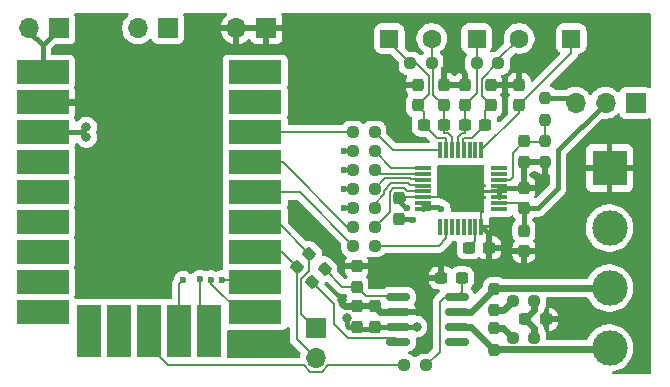
<source format=gtl>
G04 #@! TF.GenerationSoftware,KiCad,Pcbnew,9.0.0-9.0.0-2~ubuntu22.04.1*
G04 #@! TF.CreationDate,2025-03-25T14:39:49+01:00*
G04 #@! TF.ProjectId,test_hard,74657374-5f68-4617-9264-2e6b69636164,rev?*
G04 #@! TF.SameCoordinates,Original*
G04 #@! TF.FileFunction,Copper,L1,Top*
G04 #@! TF.FilePolarity,Positive*
%FSLAX46Y46*%
G04 Gerber Fmt 4.6, Leading zero omitted, Abs format (unit mm)*
G04 Created by KiCad (PCBNEW 9.0.0-9.0.0-2~ubuntu22.04.1) date 2025-03-25 14:39:49*
%MOMM*%
%LPD*%
G01*
G04 APERTURE LIST*
G04 Aperture macros list*
%AMRoundRect*
0 Rectangle with rounded corners*
0 $1 Rounding radius*
0 $2 $3 $4 $5 $6 $7 $8 $9 X,Y pos of 4 corners*
0 Add a 4 corners polygon primitive as box body*
4,1,4,$2,$3,$4,$5,$6,$7,$8,$9,$2,$3,0*
0 Add four circle primitives for the rounded corners*
1,1,$1+$1,$2,$3*
1,1,$1+$1,$4,$5*
1,1,$1+$1,$6,$7*
1,1,$1+$1,$8,$9*
0 Add four rect primitives between the rounded corners*
20,1,$1+$1,$2,$3,$4,$5,0*
20,1,$1+$1,$4,$5,$6,$7,0*
20,1,$1+$1,$6,$7,$8,$9,0*
20,1,$1+$1,$8,$9,$2,$3,0*%
G04 Aperture macros list end*
G04 #@! TA.AperFunction,SMDPad,CuDef*
%ADD10RoundRect,0.237500X-0.237500X0.300000X-0.237500X-0.300000X0.237500X-0.300000X0.237500X0.300000X0*%
G04 #@! TD*
G04 #@! TA.AperFunction,SMDPad,CuDef*
%ADD11RoundRect,0.237500X0.250000X0.237500X-0.250000X0.237500X-0.250000X-0.237500X0.250000X-0.237500X0*%
G04 #@! TD*
G04 #@! TA.AperFunction,SMDPad,CuDef*
%ADD12RoundRect,0.237500X0.300000X0.237500X-0.300000X0.237500X-0.300000X-0.237500X0.300000X-0.237500X0*%
G04 #@! TD*
G04 #@! TA.AperFunction,SMDPad,CuDef*
%ADD13RoundRect,0.237500X-0.250000X-0.237500X0.250000X-0.237500X0.250000X0.237500X-0.250000X0.237500X0*%
G04 #@! TD*
G04 #@! TA.AperFunction,SMDPad,CuDef*
%ADD14RoundRect,0.237500X0.237500X-0.300000X0.237500X0.300000X-0.237500X0.300000X-0.237500X-0.300000X0*%
G04 #@! TD*
G04 #@! TA.AperFunction,SMDPad,CuDef*
%ADD15RoundRect,0.237500X-0.300000X-0.237500X0.300000X-0.237500X0.300000X0.237500X-0.300000X0.237500X0*%
G04 #@! TD*
G04 #@! TA.AperFunction,SMDPad,CuDef*
%ADD16R,0.300000X1.450000*%
G04 #@! TD*
G04 #@! TA.AperFunction,SMDPad,CuDef*
%ADD17R,1.450000X0.300000*%
G04 #@! TD*
G04 #@! TA.AperFunction,ComponentPad*
%ADD18R,1.700000X1.700000*%
G04 #@! TD*
G04 #@! TA.AperFunction,ComponentPad*
%ADD19O,1.700000X1.700000*%
G04 #@! TD*
G04 #@! TA.AperFunction,SMDPad,CuDef*
%ADD20R,4.500000X2.000000*%
G04 #@! TD*
G04 #@! TA.AperFunction,SMDPad,CuDef*
%ADD21R,2.000000X4.500000*%
G04 #@! TD*
G04 #@! TA.AperFunction,ComponentPad*
%ADD22RoundRect,0.250000X-0.550000X-0.550000X0.550000X-0.550000X0.550000X0.550000X-0.550000X0.550000X0*%
G04 #@! TD*
G04 #@! TA.AperFunction,SMDPad,CuDef*
%ADD23RoundRect,0.237500X-0.344715X0.008839X0.008839X-0.344715X0.344715X-0.008839X-0.008839X0.344715X0*%
G04 #@! TD*
G04 #@! TA.AperFunction,ComponentPad*
%ADD24C,1.600000*%
G04 #@! TD*
G04 #@! TA.AperFunction,SMDPad,CuDef*
%ADD25RoundRect,0.237500X-0.237500X0.250000X-0.237500X-0.250000X0.237500X-0.250000X0.237500X0.250000X0*%
G04 #@! TD*
G04 #@! TA.AperFunction,SMDPad,CuDef*
%ADD26RoundRect,0.237500X0.237500X-0.250000X0.237500X0.250000X-0.237500X0.250000X-0.237500X-0.250000X0*%
G04 #@! TD*
G04 #@! TA.AperFunction,ComponentPad*
%ADD27R,3.000000X3.000000*%
G04 #@! TD*
G04 #@! TA.AperFunction,ComponentPad*
%ADD28C,3.000000*%
G04 #@! TD*
G04 #@! TA.AperFunction,SMDPad,CuDef*
%ADD29RoundRect,0.150000X-0.825000X-0.150000X0.825000X-0.150000X0.825000X0.150000X-0.825000X0.150000X0*%
G04 #@! TD*
G04 #@! TA.AperFunction,ViaPad*
%ADD30C,0.600000*%
G04 #@! TD*
G04 #@! TA.AperFunction,ViaPad*
%ADD31C,0.800000*%
G04 #@! TD*
G04 #@! TA.AperFunction,Conductor*
%ADD32C,0.400000*%
G04 #@! TD*
G04 #@! TA.AperFunction,Conductor*
%ADD33C,0.200000*%
G04 #@! TD*
G04 #@! TA.AperFunction,Conductor*
%ADD34C,0.600000*%
G04 #@! TD*
G04 APERTURE END LIST*
D10*
G04 #@! TO.P,C9,1*
G04 #@! TO.N,GND*
X143150000Y-79600000D03*
G04 #@! TO.P,C9,2*
G04 #@! TO.N,/ADC/D2P*
X143150000Y-81325000D03*
G04 #@! TD*
D11*
G04 #@! TO.P,R2,1*
G04 #@! TO.N,Net-(IC1-DOUT{slash}~{DRDY})*
X133312500Y-90000000D03*
G04 #@! TO.P,R2,2*
G04 #@! TO.N,/ADC/SPI.MISO*
X131487500Y-90000000D03*
G04 #@! TD*
D10*
G04 #@! TO.P,C6,1*
G04 #@! TO.N,GND*
X139150000Y-79600000D03*
G04 #@! TO.P,C6,2*
G04 #@! TO.N,/ADC/D1P*
X139150000Y-81325000D03*
G04 #@! TD*
D12*
G04 #@! TO.P,C14,1*
G04 #@! TO.N,Net-(U3-Rs)*
X140687500Y-95950000D03*
G04 #@! TO.P,C14,2*
G04 #@! TO.N,GND*
X138962500Y-95950000D03*
G04 #@! TD*
D13*
G04 #@! TO.P,R17,1*
G04 #@! TO.N,/ADC/D1N*
X136325000Y-77775000D03*
G04 #@! TO.P,R17,2*
G04 #@! TO.N,/ADC/D1P*
X138150000Y-77775000D03*
G04 #@! TD*
D14*
G04 #@! TO.P,C15,1*
G04 #@! TO.N,+3V3*
X133325000Y-100062500D03*
G04 #@! TO.P,C15,2*
G04 #@! TO.N,GND*
X133325000Y-98337500D03*
G04 #@! TD*
D13*
G04 #@! TO.P,R7,1*
G04 #@! TO.N,/START*
X131487500Y-83600000D03*
G04 #@! TO.P,R7,2*
G04 #@! TO.N,Net-(IC1-START{slash}SYNC)*
X133312500Y-83600000D03*
G04 #@! TD*
D14*
G04 #@! TO.P,C8,1*
G04 #@! TO.N,/ADC/D2N*
X140950000Y-81325000D03*
G04 #@! TO.P,C8,2*
G04 #@! TO.N,GND*
X140950000Y-79600000D03*
G04 #@! TD*
D15*
G04 #@! TO.P,C4,1*
G04 #@! TO.N,/ADC/D1N*
X137487500Y-83000000D03*
G04 #@! TO.P,C4,2*
G04 #@! TO.N,/ADC/D1P*
X139212500Y-83000000D03*
G04 #@! TD*
D11*
G04 #@! TO.P,R4,1*
G04 #@! TO.N,Net-(IC1-DIN)*
X133312500Y-86800000D03*
G04 #@! TO.P,R4,2*
G04 #@! TO.N,/ADC/SPI.MOSI*
X131487500Y-86800000D03*
G04 #@! TD*
D15*
G04 #@! TO.P,C7,1*
G04 #@! TO.N,/ADC/D2N*
X140950000Y-83000000D03*
G04 #@! TO.P,C7,2*
G04 #@! TO.N,/ADC/D2P*
X142675000Y-83000000D03*
G04 #@! TD*
D14*
G04 #@! TO.P,C12,1*
G04 #@! TO.N,GND*
X145950000Y-93662500D03*
G04 #@! TO.P,C12,2*
G04 #@! TO.N,/ADC/AVDD*
X145950000Y-91937500D03*
G04 #@! TD*
D16*
G04 #@! TO.P,IC1,1,AINCOM*
G04 #@! TO.N,/ADC/ACOM*
X142350000Y-85150000D03*
G04 #@! TO.P,IC1,2,AIN5*
G04 #@! TO.N,/ADC/GP2*
X141850000Y-85150000D03*
G04 #@! TO.P,IC1,3,AIN4*
G04 #@! TO.N,/ADC/GP1*
X141350000Y-85150000D03*
G04 #@! TO.P,IC1,4,AIN3*
G04 #@! TO.N,/ADC/D2P*
X140850000Y-85150000D03*
G04 #@! TO.P,IC1,5,AIN2*
G04 #@! TO.N,/ADC/D2N*
X140350000Y-85150000D03*
G04 #@! TO.P,IC1,6,AIN1*
G04 #@! TO.N,/ADC/D1P*
X139850000Y-85150000D03*
G04 #@! TO.P,IC1,7,AIN0*
G04 #@! TO.N,/ADC/D1N*
X139350000Y-85150000D03*
G04 #@! TO.P,IC1,8,START/SYNC*
G04 #@! TO.N,Net-(IC1-START{slash}SYNC)*
X138850000Y-85150000D03*
D17*
G04 #@! TO.P,IC1,9,~{CS}*
G04 #@! TO.N,Net-(IC1-~{CS})*
X137375000Y-86625000D03*
G04 #@! TO.P,IC1,10,DIN*
G04 #@! TO.N,Net-(IC1-DIN)*
X137375000Y-87125000D03*
G04 #@! TO.P,IC1,11,SCLK*
G04 #@! TO.N,Net-(IC1-SCLK)*
X137375000Y-87625000D03*
G04 #@! TO.P,IC1,12,DOUT/~{DRDY}*
G04 #@! TO.N,Net-(IC1-DOUT{slash}~{DRDY})*
X137375000Y-88125000D03*
G04 #@! TO.P,IC1,13,~{DRDY}*
G04 #@! TO.N,Net-(IC1-~{DRDY})*
X137375000Y-88625000D03*
G04 #@! TO.P,IC1,14,DGND*
G04 #@! TO.N,GND*
X137375000Y-89125000D03*
G04 #@! TO.P,IC1,15,IOVDD*
G04 #@! TO.N,+3V3*
X137375000Y-89625000D03*
G04 #@! TO.P,IC1,16,DVDD*
X137375000Y-90125000D03*
D16*
G04 #@! TO.P,IC1,17,CLK*
G04 #@! TO.N,unconnected-(IC1-CLK-Pad17)*
X138850000Y-91600000D03*
G04 #@! TO.P,IC1,18,~{RESET}*
G04 #@! TO.N,Net-(IC1-~{RESET})*
X139350000Y-91600000D03*
G04 #@! TO.P,IC1,19,GPIO3/AIN11*
G04 #@! TO.N,unconnected-(IC1-GPIO3{slash}AIN11-Pad19)*
X139850000Y-91600000D03*
G04 #@! TO.P,IC1,20,GPIO2/AIN10*
G04 #@! TO.N,unconnected-(IC1-GPIO2{slash}AIN10-Pad20)*
X140350000Y-91600000D03*
G04 #@! TO.P,IC1,21,GPIO1/AIN9*
G04 #@! TO.N,unconnected-(IC1-GPIO1{slash}AIN9-Pad21)*
X140850000Y-91600000D03*
G04 #@! TO.P,IC1,22,GPIO0/AIN8*
G04 #@! TO.N,unconnected-(IC1-GPIO0{slash}AIN8-Pad22)*
X141350000Y-91600000D03*
G04 #@! TO.P,IC1,23,REFOUT*
G04 #@! TO.N,/ADC/REFOUT*
X141850000Y-91600000D03*
G04 #@! TO.P,IC1,24,REFCOM*
G04 #@! TO.N,GND*
X142350000Y-91600000D03*
D17*
G04 #@! TO.P,IC1,25,NC*
G04 #@! TO.N,unconnected-(IC1-NC-Pad25)*
X143825000Y-90125000D03*
G04 #@! TO.P,IC1,26,AVDD*
G04 #@! TO.N,/ADC/AVDD*
X143825000Y-89625000D03*
G04 #@! TO.P,IC1,27,AVSS_1*
G04 #@! TO.N,GND*
X143825000Y-89125000D03*
G04 #@! TO.P,IC1,28,AVSS_2*
X143825000Y-88625000D03*
G04 #@! TO.P,IC1,29,REFN0*
X143825000Y-88125000D03*
G04 #@! TO.P,IC1,30,REFP0*
G04 #@! TO.N,/ADC/REFP*
X143825000Y-87625000D03*
G04 #@! TO.P,IC1,31,REFN1/AIN7*
G04 #@! TO.N,unconnected-(IC1-REFN1{slash}AIN7-Pad31)*
X143825000Y-87125000D03*
G04 #@! TO.P,IC1,32,REFP1/AIN6*
G04 #@! TO.N,unconnected-(IC1-REFP1{slash}AIN6-Pad32)*
X143825000Y-86625000D03*
G04 #@! TD*
D11*
G04 #@! TO.P,R6,1*
G04 #@! TO.N,Net-(IC1-~{RESET})*
X133312500Y-93200000D03*
G04 #@! TO.P,R6,2*
G04 #@! TO.N,/C_RES*
X131487500Y-93200000D03*
G04 #@! TD*
D14*
G04 #@! TO.P,C10,1*
G04 #@! TO.N,/ADC/ACOM*
X145550000Y-81325000D03*
G04 #@! TO.P,C10,2*
G04 #@! TO.N,GND*
X145550000Y-79600000D03*
G04 #@! TD*
D13*
G04 #@! TO.P,R12,1*
G04 #@! TO.N,/Rs*
X135837500Y-103350000D03*
G04 #@! TO.P,R12,2*
G04 #@! TO.N,Net-(U3-Rs)*
X137662500Y-103350000D03*
G04 #@! TD*
D14*
G04 #@! TO.P,C13,1*
G04 #@! TO.N,Net-(U3-D)*
X131800000Y-96687500D03*
G04 #@! TO.P,C13,2*
G04 #@! TO.N,GND*
X131800000Y-94962500D03*
G04 #@! TD*
D13*
G04 #@! TO.P,R13,1*
G04 #@! TO.N,Net-(R13-Pad1)*
X144987500Y-97900000D03*
G04 #@! TO.P,R13,2*
G04 #@! TO.N,Net-(C17-Pad1)*
X146812500Y-97900000D03*
G04 #@! TD*
D15*
G04 #@! TO.P,C1,1*
G04 #@! TO.N,/ADC/REFOUT*
X141287500Y-93400000D03*
G04 #@! TO.P,C1,2*
G04 #@! TO.N,GND*
X143012500Y-93400000D03*
G04 #@! TD*
D18*
G04 #@! TO.P,JP1,1,A*
G04 #@! TO.N,+5V*
X155400000Y-81125000D03*
D19*
G04 #@! TO.P,JP1,2,C*
G04 #@! TO.N,/ADC/AVDD*
X152860000Y-81125000D03*
G04 #@! TO.P,JP1,3,B*
G04 #@! TO.N,+3V3*
X150320000Y-81125000D03*
G04 #@! TD*
D20*
G04 #@! TO.P,U2,1,5V*
G04 #@! TO.N,+5V*
X105195000Y-78545000D03*
G04 #@! TO.P,U2,2,GND*
G04 #@! TO.N,GND*
X105195000Y-81085000D03*
G04 #@! TO.P,U2,3,3V3*
G04 #@! TO.N,+3V3*
X105205000Y-83625000D03*
G04 #@! TO.P,U2,4,IO1*
G04 #@! TO.N,unconnected-(U2-IO1-Pad4)*
X105205000Y-86165000D03*
G04 #@! TO.P,U2,5,IO2*
G04 #@! TO.N,unconnected-(U2-IO2-Pad5)*
X105195000Y-88705000D03*
G04 #@! TO.P,U2,6,IO3*
G04 #@! TO.N,unconnected-(U2-IO3-Pad6)*
X105195000Y-91245000D03*
G04 #@! TO.P,U2,7,IO4*
G04 #@! TO.N,unconnected-(U2-IO4-Pad7)*
X105195000Y-93785000D03*
G04 #@! TO.P,U2,8,IO5*
G04 #@! TO.N,unconnected-(U2-IO5-Pad8)*
X105195000Y-96325000D03*
G04 #@! TO.P,U2,9,IO6*
G04 #@! TO.N,unconnected-(U2-IO6-Pad9)*
X105195000Y-98865000D03*
D21*
G04 #@! TO.P,U2,10,IO7*
G04 #@! TO.N,unconnected-(U2-IO7-Pad10)*
X109125000Y-100455000D03*
G04 #@! TO.P,U2,11,IO8*
G04 #@! TO.N,unconnected-(U2-IO8-Pad11)*
X111665000Y-100455000D03*
G04 #@! TO.P,U2,12,IO9*
G04 #@! TO.N,/Rs*
X114205000Y-100455000D03*
G04 #@! TO.P,U2,13,IO10*
G04 #@! TO.N,/ADC/SPI.CS*
X116745000Y-100455000D03*
G04 #@! TO.P,U2,14,IO11*
G04 #@! TO.N,/ADC/SPI.MOSI*
X119285000Y-100455000D03*
D20*
G04 #@! TO.P,U2,15,IO12*
G04 #@! TO.N,/ADC/SPI.CLK*
X123205000Y-98865000D03*
G04 #@! TO.P,U2,16,IO13*
G04 #@! TO.N,/ADC/SPI.MISO*
X123205000Y-96325000D03*
G04 #@! TO.P,U2,17,IO14*
G04 #@! TO.N,/CAN_RX*
X123205000Y-93785000D03*
G04 #@! TO.P,U2,18,IO15*
G04 #@! TO.N,/CAN_TX*
X123205000Y-91245000D03*
G04 #@! TO.P,U2,19,IO16*
G04 #@! TO.N,/C_RES*
X123205000Y-88705000D03*
G04 #@! TO.P,U2,20,IO17*
G04 #@! TO.N,/DRDY*
X123205000Y-86165000D03*
G04 #@! TO.P,U2,21,IO18*
G04 #@! TO.N,/START*
X123205000Y-83625000D03*
G04 #@! TO.P,U2,22,RXD0*
G04 #@! TO.N,unconnected-(U2-RXD0-Pad22)*
X123205000Y-81085000D03*
G04 #@! TO.P,U2,23,TXD0*
G04 #@! TO.N,unconnected-(U2-TXD0-Pad23)*
X123205000Y-78545000D03*
G04 #@! TD*
D11*
G04 #@! TO.P,R1,1*
G04 #@! TO.N,Net-(IC1-~{DRDY})*
X133312500Y-91600000D03*
G04 #@! TO.P,R1,2*
G04 #@! TO.N,/DRDY*
X131487500Y-91600000D03*
G04 #@! TD*
D14*
G04 #@! TO.P,C5,1*
G04 #@! TO.N,/ADC/D1N*
X136950000Y-81325000D03*
G04 #@! TO.P,C5,2*
G04 #@! TO.N,GND*
X136950000Y-79600000D03*
G04 #@! TD*
D22*
G04 #@! TO.P,J3,1,Pin_1*
G04 #@! TO.N,/ADC/ACOM*
X149950000Y-75675000D03*
G04 #@! TD*
D18*
G04 #@! TO.P,J8,1,Pin_1*
G04 #@! TO.N,/CAN_TX*
X128350000Y-100200000D03*
D19*
G04 #@! TO.P,J8,2,Pin_2*
G04 #@! TO.N,/CAN_RX*
X128350000Y-102740000D03*
G04 #@! TD*
D23*
G04 #@! TO.P,R10,1*
G04 #@! TO.N,/CAN_TX*
X127779765Y-93904765D03*
G04 #@! TO.P,R10,2*
G04 #@! TO.N,Net-(U3-D)*
X129070235Y-95195235D03*
G04 #@! TD*
D22*
G04 #@! TO.P,J2,1,Pin_1*
G04 #@! TO.N,/ADC/D2N*
X141950000Y-75675000D03*
D24*
G04 #@! TO.P,J2,2,Pin_2*
G04 #@! TO.N,/ADC/D2P*
X145550000Y-75675000D03*
G04 #@! TD*
D25*
G04 #@! TO.P,R8,1*
G04 #@! TO.N,+3V3*
X147750000Y-80712500D03*
G04 #@! TO.P,R8,2*
G04 #@! TO.N,/ADC/REFP*
X147750000Y-82537500D03*
G04 #@! TD*
D11*
G04 #@! TO.P,R5,1*
G04 #@! TO.N,Net-(IC1-~{CS})*
X133312500Y-85200000D03*
G04 #@! TO.P,R5,2*
G04 #@! TO.N,/ADC/SPI.CS*
X131487500Y-85200000D03*
G04 #@! TD*
D10*
G04 #@! TO.P,C3,1*
G04 #@! TO.N,GND*
X135350000Y-89200000D03*
G04 #@! TO.P,C3,2*
G04 #@! TO.N,+3V3*
X135350000Y-90925000D03*
G04 #@! TD*
D18*
G04 #@! TO.P,J6,1,Pin_1*
G04 #@! TO.N,+5V*
X106625000Y-74825000D03*
D19*
G04 #@! TO.P,J6,2,Pin_2*
X104085000Y-74825000D03*
G04 #@! TD*
D14*
G04 #@! TO.P,C16,1*
G04 #@! TO.N,+3V3*
X131800000Y-100062500D03*
G04 #@! TO.P,C16,2*
G04 #@! TO.N,GND*
X131800000Y-98337500D03*
G04 #@! TD*
D11*
G04 #@! TO.P,R3,1*
G04 #@! TO.N,Net-(IC1-SCLK)*
X133312500Y-88400000D03*
G04 #@! TO.P,R3,2*
G04 #@! TO.N,/ADC/SPI.CLK*
X131487500Y-88400000D03*
G04 #@! TD*
D18*
G04 #@! TO.P,J5,1,Pin_1*
G04 #@! TO.N,+3V3*
X115825000Y-74800000D03*
D19*
G04 #@! TO.P,J5,2,Pin_2*
X113285000Y-74800000D03*
G04 #@! TD*
D26*
G04 #@! TO.P,R15,1*
G04 #@! TO.N,Net-(R13-Pad1)*
X143450000Y-98685000D03*
G04 #@! TO.P,R15,2*
G04 #@! TO.N,/CAN+*
X143450000Y-96860000D03*
G04 #@! TD*
D27*
G04 #@! TO.P,J7,1,Pin_1*
G04 #@! TO.N,GND*
X153200000Y-86635000D03*
D28*
G04 #@! TO.P,J7,2,Pin_2*
G04 #@! TO.N,+5V*
X153200000Y-91715000D03*
G04 #@! TO.P,J7,3,Pin_3*
G04 #@! TO.N,/CAN+*
X153200000Y-96795000D03*
G04 #@! TO.P,J7,4,Pin_4*
G04 #@! TO.N,/CAN-*
X153200000Y-101875000D03*
G04 #@! TD*
D22*
G04 #@! TO.P,J1,1,Pin_1*
G04 #@! TO.N,/ADC/D1N*
X134550000Y-75675000D03*
D24*
G04 #@! TO.P,J1,2,Pin_2*
G04 #@! TO.N,/ADC/D1P*
X138150000Y-75675000D03*
G04 #@! TD*
D18*
G04 #@! TO.P,J4,1,Pin_1*
G04 #@! TO.N,GND*
X124150000Y-74800000D03*
D19*
G04 #@! TO.P,J4,2,Pin_2*
X121610000Y-74800000D03*
G04 #@! TD*
D14*
G04 #@! TO.P,C11,1*
G04 #@! TO.N,GND*
X145950000Y-86112500D03*
G04 #@! TO.P,C11,2*
G04 #@! TO.N,/ADC/REFP*
X145950000Y-84387500D03*
G04 #@! TD*
D15*
G04 #@! TO.P,C17,1*
G04 #@! TO.N,Net-(C17-Pad1)*
X146062500Y-99450000D03*
G04 #@! TO.P,C17,2*
G04 #@! TO.N,GND*
X147787500Y-99450000D03*
G04 #@! TD*
D25*
G04 #@! TO.P,R16,1*
G04 #@! TO.N,Net-(R14-Pad2)*
X143450000Y-100222500D03*
G04 #@! TO.P,R16,2*
G04 #@! TO.N,/CAN-*
X143450000Y-102047500D03*
G04 #@! TD*
D11*
G04 #@! TO.P,R14,1*
G04 #@! TO.N,Net-(C17-Pad1)*
X146812500Y-101000000D03*
G04 #@! TO.P,R14,2*
G04 #@! TO.N,Net-(R14-Pad2)*
X144987500Y-101000000D03*
G04 #@! TD*
D29*
G04 #@! TO.P,U3,1,D*
G04 #@! TO.N,Net-(U3-D)*
X135300000Y-97545000D03*
G04 #@! TO.P,U3,2,GND*
G04 #@! TO.N,GND*
X135300000Y-98815000D03*
G04 #@! TO.P,U3,3,VCC*
G04 #@! TO.N,+3V3*
X135300000Y-100085000D03*
G04 #@! TO.P,U3,4,R*
G04 #@! TO.N,Net-(U3-R)*
X135300000Y-101355000D03*
G04 #@! TO.P,U3,5,Vref*
G04 #@! TO.N,unconnected-(U3-Vref-Pad5)*
X140250000Y-101355000D03*
G04 #@! TO.P,U3,6,CANL*
G04 #@! TO.N,/CAN-*
X140250000Y-100085000D03*
G04 #@! TO.P,U3,7,CANH*
G04 #@! TO.N,/CAN+*
X140250000Y-98815000D03*
G04 #@! TO.P,U3,8,Rs*
G04 #@! TO.N,Net-(U3-Rs)*
X140250000Y-97545000D03*
G04 #@! TD*
D13*
G04 #@! TO.P,R18,1*
G04 #@! TO.N,/ADC/D2N*
X141950000Y-77775000D03*
G04 #@! TO.P,R18,2*
G04 #@! TO.N,/ADC/D2P*
X143775000Y-77775000D03*
G04 #@! TD*
D25*
G04 #@! TO.P,R9,1*
G04 #@! TO.N,/ADC/REFP*
X147750000Y-84337500D03*
G04 #@! TO.P,R9,2*
G04 #@! TO.N,GND*
X147750000Y-86162500D03*
G04 #@! TD*
D10*
G04 #@! TO.P,C2,1*
G04 #@! TO.N,GND*
X145950000Y-88337500D03*
G04 #@! TO.P,C2,2*
G04 #@! TO.N,/ADC/AVDD*
X145950000Y-90062500D03*
G04 #@! TD*
D23*
G04 #@! TO.P,R11,1*
G04 #@! TO.N,/CAN_RX*
X126704765Y-94979765D03*
G04 #@! TO.P,R11,2*
G04 #@! TO.N,Net-(U3-R)*
X127995235Y-96270235D03*
G04 #@! TD*
D30*
G04 #@! TO.N,GND*
X145550000Y-78162500D03*
X138950000Y-88750000D03*
X144350000Y-79562500D03*
X144250000Y-93400000D03*
X142350000Y-90150000D03*
X147450000Y-88250000D03*
X140050000Y-79612500D03*
X136150000Y-79612500D03*
X139200000Y-78300000D03*
D31*
X108900000Y-81725000D03*
D30*
X148650000Y-99425000D03*
X146850000Y-86100000D03*
X125100000Y-101350000D03*
X136875000Y-98800000D03*
X140800000Y-78450000D03*
D31*
X108900000Y-80425000D03*
D30*
X136021004Y-90027674D03*
D31*
X130550000Y-97775000D03*
G04 #@! TO.N,+3V3*
X136875000Y-100075000D03*
X108900000Y-83200000D03*
D30*
X138950000Y-90150000D03*
D31*
X130950945Y-99304605D03*
D30*
X136600000Y-91050000D03*
D31*
X108900000Y-84025000D03*
D30*
G04 #@! TO.N,/ADC/SPI.MISO*
X120350000Y-96100000D03*
X130700000Y-90000000D03*
G04 #@! TO.N,/ADC/SPI.MOSI*
X118525000Y-96050000D03*
X130700000Y-86800000D03*
G04 #@! TO.N,/ADC/SPI.CLK*
X130700000Y-88400000D03*
X119450000Y-96100000D03*
G04 #@! TO.N,/ADC/SPI.CS*
X130700000Y-85200000D03*
X117100000Y-96125000D03*
G04 #@! TD*
D32*
G04 #@! TO.N,+3V3*
X147750000Y-80712500D02*
X149907500Y-80712500D01*
X149907500Y-80712500D02*
X150320000Y-81125000D01*
D33*
G04 #@! TO.N,/ADC/REFOUT*
X141850000Y-91600000D02*
X141850000Y-92837500D01*
X141850000Y-92837500D02*
X141287500Y-93400000D01*
D34*
G04 #@! TO.N,GND*
X130550000Y-98125000D02*
X130762500Y-98337500D01*
D32*
X144037500Y-88337500D02*
X143876000Y-88176000D01*
X143012500Y-92211500D02*
X142401000Y-91600000D01*
D33*
X138950000Y-88750000D02*
X138600000Y-89100000D01*
X142350000Y-91600000D02*
X142350000Y-90150000D01*
D32*
X143012500Y-93400000D02*
X143012500Y-92211500D01*
X143876000Y-88176000D02*
X143825000Y-88176000D01*
D34*
X108260000Y-81085000D02*
X108240000Y-81085000D01*
X108240000Y-81085000D02*
X108900000Y-80425000D01*
X108900000Y-81725000D02*
X108260000Y-81085000D01*
X130550000Y-97775000D02*
X130550000Y-98125000D01*
D32*
X135978791Y-90027674D02*
X135350000Y-89398883D01*
X144112500Y-88337500D02*
X143825000Y-88625000D01*
D34*
X135300000Y-98815000D02*
X133802500Y-98815000D01*
D32*
X143825000Y-88625000D02*
X143825000Y-89074000D01*
D33*
X138600000Y-89100000D02*
X137400000Y-89100000D01*
X137375000Y-89125000D02*
X135425000Y-89125000D01*
D34*
X130762500Y-98337500D02*
X131800000Y-98337500D01*
D32*
X144112500Y-88337500D02*
X144037500Y-88337500D01*
X136021004Y-90027674D02*
X135978791Y-90027674D01*
D34*
X105195000Y-81085000D02*
X108240000Y-81085000D01*
D32*
X145950000Y-88337500D02*
X144112500Y-88337500D01*
D34*
X133802500Y-98815000D02*
X133325000Y-98337500D01*
D32*
G04 #@! TO.N,+3V3*
X137599000Y-89900000D02*
X137375000Y-89676000D01*
X136475000Y-90925000D02*
X136600000Y-91050000D01*
X108875000Y-84025000D02*
X108900000Y-84025000D01*
X135300000Y-100085000D02*
X136865000Y-100085000D01*
X105205000Y-83625000D02*
X108475000Y-83625000D01*
X108475000Y-83625000D02*
X108900000Y-83200000D01*
X135300000Y-100085000D02*
X133502500Y-100085000D01*
X108475000Y-83625000D02*
X108875000Y-84025000D01*
X130950945Y-99935995D02*
X131077450Y-100062500D01*
X131077450Y-100062500D02*
X131800000Y-100062500D01*
X135350000Y-90925000D02*
X136475000Y-90925000D01*
X137599000Y-89901000D02*
X137375000Y-90125000D01*
X136865000Y-100085000D02*
X136875000Y-100075000D01*
X137599000Y-89900000D02*
X137599000Y-89901000D01*
X130950945Y-99304605D02*
X130950945Y-99935995D01*
X138700000Y-89900000D02*
X137599000Y-89900000D01*
X131800000Y-100262500D02*
X133325000Y-100262500D01*
X138950000Y-90150000D02*
X138700000Y-89900000D01*
G04 #@! TO.N,/ADC/AVDD*
X145950000Y-90062500D02*
X147112500Y-90062500D01*
X145950000Y-90750000D02*
X145950000Y-90062500D01*
D33*
X143825000Y-89625000D02*
X145512500Y-89625000D01*
X145512500Y-89625000D02*
X145950000Y-90062500D01*
D32*
X147112500Y-90062500D02*
X148850000Y-88325000D01*
X145950000Y-91937500D02*
X145950000Y-90750000D01*
X148850000Y-85135000D02*
X152860000Y-81125000D01*
X148850000Y-88325000D02*
X148850000Y-85135000D01*
D33*
G04 #@! TO.N,/ADC/D1N*
X139374999Y-84197999D02*
X139301000Y-84124000D01*
X138611500Y-84124000D02*
X137487500Y-83000000D01*
X136325000Y-77775000D02*
X136812500Y-77775000D01*
X134550000Y-76000000D02*
X136325000Y-77775000D01*
X137487500Y-83000000D02*
X137487500Y-81862500D01*
X139301000Y-84124000D02*
X138611500Y-84124000D01*
X137487500Y-81862500D02*
X136950000Y-81325000D01*
X137874000Y-78836500D02*
X137874000Y-80283900D01*
X136812500Y-77775000D02*
X137874000Y-78836500D01*
X137874000Y-80283900D02*
X137874000Y-80401000D01*
X139374999Y-85125001D02*
X139374999Y-84197999D01*
X137874000Y-80401000D02*
X136950000Y-81325000D01*
X134550000Y-75675000D02*
X134550000Y-76000000D01*
G04 #@! TO.N,/ADC/D1P*
X139212500Y-81387500D02*
X139150000Y-81325000D01*
X139212500Y-83674020D02*
X139212500Y-83000000D01*
X139212500Y-83000000D02*
X139212500Y-81387500D01*
X138150000Y-77775000D02*
X138150000Y-75675000D01*
X139825001Y-85125001D02*
X139825001Y-84011633D01*
X138275000Y-77900000D02*
X138275000Y-80450000D01*
X138150000Y-77775000D02*
X138275000Y-77900000D01*
X138275000Y-80450000D02*
X139150000Y-81325000D01*
X139487388Y-83674020D02*
X139212500Y-83674020D01*
X139825001Y-84011633D02*
X139487388Y-83674020D01*
G04 #@! TO.N,/ADC/D2P*
X143775000Y-77450000D02*
X143775000Y-77775000D01*
X141551000Y-84124000D02*
X142675000Y-83000000D01*
X140899000Y-84124000D02*
X141551000Y-84124000D01*
X142374000Y-80549000D02*
X143150000Y-81325000D01*
X145550000Y-75675000D02*
X143775000Y-77450000D01*
X142675000Y-81800000D02*
X143150000Y-81325000D01*
X140825001Y-84197999D02*
X140899000Y-84124000D01*
X142374000Y-79070366D02*
X142374000Y-80549000D01*
X142675000Y-83000000D02*
X142675000Y-81800000D01*
X143669366Y-77775000D02*
X142374000Y-79070366D01*
X140825001Y-85125001D02*
X140825001Y-84197999D01*
X143775000Y-77775000D02*
X143669366Y-77775000D01*
G04 #@! TO.N,Net-(IC1-~{CS})*
X134737500Y-86625000D02*
X133312500Y-85200000D01*
X137375000Y-86625000D02*
X134737500Y-86625000D01*
G04 #@! TO.N,Net-(IC1-SCLK)*
X136349000Y-87526000D02*
X134186500Y-87526000D01*
X136399000Y-87576000D02*
X136349000Y-87526000D01*
X137326000Y-87576000D02*
X136399000Y-87576000D01*
X134186500Y-87526000D02*
X133312500Y-88400000D01*
G04 #@! TO.N,/ADC/D2N*
X140374999Y-84011633D02*
X140712612Y-83674020D01*
X140374999Y-85125001D02*
X140374999Y-84011633D01*
X141950000Y-80325000D02*
X140950000Y-81325000D01*
X140712612Y-83674020D02*
X140950000Y-83674020D01*
X141950000Y-77775000D02*
X141950000Y-80325000D01*
X140950000Y-83674020D02*
X140950000Y-83000000D01*
X141950000Y-77775000D02*
X141950000Y-75675000D01*
X140950000Y-83000000D02*
X140950000Y-81325000D01*
G04 #@! TO.N,/ADC/ACOM*
X149950000Y-76925000D02*
X149950000Y-75675000D01*
X145550000Y-81325000D02*
X149950000Y-76925000D01*
X142350000Y-85150000D02*
X145550000Y-81950000D01*
X145550000Y-81950000D02*
X145550000Y-81325000D01*
G04 #@! TO.N,Net-(IC1-START{slash}SYNC)*
X134862500Y-85150000D02*
X133312500Y-83600000D01*
X138850000Y-85150000D02*
X134862500Y-85150000D01*
G04 #@! TO.N,/ADC/REFP*
X145000000Y-85337500D02*
X145950000Y-84387500D01*
X143825000Y-87625000D02*
X144802000Y-87625000D01*
X147750000Y-82537500D02*
X147750000Y-84337500D01*
X145000000Y-87427000D02*
X145000000Y-85337500D01*
X145962500Y-84400000D02*
X147687500Y-84400000D01*
X144802000Y-87625000D02*
X145000000Y-87427000D01*
G04 #@! TO.N,Net-(IC1-~{DRDY})*
X134574000Y-90338500D02*
X133312500Y-91600000D01*
X135817134Y-88361500D02*
X134882866Y-88361500D01*
X137375000Y-88625000D02*
X136080634Y-88625000D01*
X134882866Y-88361500D02*
X134574000Y-88670366D01*
X134574000Y-88670366D02*
X134574000Y-90338500D01*
X136080634Y-88625000D02*
X135817134Y-88361500D01*
G04 #@! TO.N,Net-(IC1-DIN)*
X137375000Y-87125000D02*
X133637500Y-87125000D01*
G04 #@! TO.N,Net-(IC1-DOUT{slash}~{DRDY})*
X134101000Y-88549000D02*
X134101000Y-88867134D01*
X134723000Y-87927000D02*
X134101000Y-88549000D01*
X136132900Y-87927000D02*
X134723000Y-87927000D01*
X137326000Y-88076000D02*
X136281900Y-88076000D01*
X136281900Y-88076000D02*
X136132900Y-87927000D01*
X134101000Y-88867134D02*
X133312500Y-89655634D01*
G04 #@! TO.N,Net-(IC1-~{RESET})*
X138727000Y-93200000D02*
X133312500Y-93200000D01*
X139350000Y-92577000D02*
X138727000Y-93200000D01*
X139350000Y-91600000D02*
X139350000Y-92577000D01*
G04 #@! TO.N,Net-(U3-D)*
X131800000Y-96687500D02*
X132611500Y-97499000D01*
X129070235Y-95195235D02*
X130562500Y-96687500D01*
X130562500Y-96687500D02*
X131800000Y-96687500D01*
X132611500Y-97499000D02*
X135254000Y-97499000D01*
D32*
G04 #@! TO.N,+5V*
X105195000Y-76255000D02*
X106625000Y-74825000D01*
X105195000Y-76245000D02*
X104085000Y-75135000D01*
X105195000Y-76255000D02*
X105195000Y-76245000D01*
X105195000Y-78545000D02*
X105195000Y-76255000D01*
D33*
G04 #@! TO.N,/DRDY*
X131000000Y-91600000D02*
X125565000Y-86165000D01*
X131487500Y-91600000D02*
X131000000Y-91600000D01*
X125565000Y-86165000D02*
X123205000Y-86165000D01*
G04 #@! TO.N,Net-(U3-Rs)*
X138825000Y-97995001D02*
X138825000Y-102187500D01*
X138825000Y-102187500D02*
X137662500Y-103350000D01*
X140250000Y-97545000D02*
X139275001Y-97545000D01*
X140687500Y-95950000D02*
X140687500Y-97107500D01*
X140687500Y-97107500D02*
X140250000Y-97545000D01*
X139275001Y-97545000D02*
X138825000Y-97995001D01*
D34*
G04 #@! TO.N,Net-(C17-Pad1)*
X146812500Y-98700000D02*
X146062500Y-99450000D01*
X146812500Y-97900000D02*
X146812500Y-98700000D01*
X146812500Y-100200000D02*
X146062500Y-99450000D01*
X146812500Y-101000000D02*
X146812500Y-100200000D01*
D33*
G04 #@! TO.N,/C_RES*
X131487500Y-93200000D02*
X126992500Y-88705000D01*
X126992500Y-88705000D02*
X123205000Y-88705000D01*
G04 #@! TO.N,/START*
X131487500Y-83600000D02*
X123230000Y-83600000D01*
G04 #@! TO.N,/CAN_TX*
X127107367Y-96042995D02*
X127107367Y-98957367D01*
X127107367Y-98957367D02*
X128350000Y-100200000D01*
X127779765Y-93904765D02*
X127779765Y-95370597D01*
X127779765Y-93904765D02*
X125120000Y-91245000D01*
X127779765Y-95370597D02*
X127107367Y-96042995D01*
G04 #@! TO.N,Net-(U3-R)*
X129875000Y-98150000D02*
X127995235Y-96270235D01*
X129875000Y-99850000D02*
X129875000Y-98150000D01*
X135300000Y-101355000D02*
X134995000Y-101050000D01*
X134995000Y-101050000D02*
X131075000Y-101050000D01*
X131075000Y-101050000D02*
X129875000Y-99850000D01*
G04 #@! TO.N,/CAN_RX*
X126704765Y-94979765D02*
X126704765Y-101094765D01*
X123205000Y-93785000D02*
X125510000Y-93785000D01*
X126704765Y-101094765D02*
X128350000Y-102740000D01*
X125510000Y-93785000D02*
X126704765Y-94979765D01*
G04 #@! TO.N,/Rs*
X127873240Y-103891000D02*
X127332240Y-103350000D01*
X127332240Y-103350000D02*
X115850000Y-103350000D01*
X115850000Y-103350000D02*
X114205000Y-101705000D01*
X135837500Y-103350000D02*
X129367760Y-103350000D01*
X129367760Y-103350000D02*
X128826760Y-103891000D01*
X128826760Y-103891000D02*
X127873240Y-103891000D01*
D34*
G04 #@! TO.N,/CAN+*
X141495000Y-98815000D02*
X143450000Y-96860000D01*
X143515000Y-96795000D02*
X153095000Y-96795000D01*
X140250000Y-98815000D02*
X141495000Y-98815000D01*
G04 #@! TO.N,/CAN-*
X143809022Y-101975000D02*
X152980000Y-101975000D01*
X141487500Y-100085000D02*
X143450000Y-102047500D01*
X140250000Y-100085000D02*
X141487500Y-100085000D01*
X143736522Y-102047500D02*
X143809022Y-101975000D01*
D33*
G04 #@! TO.N,/ADC/SPI.MISO*
X120350000Y-96100000D02*
X122980000Y-96100000D01*
X131487500Y-90000000D02*
X130700000Y-90000000D01*
G04 #@! TO.N,/ADC/SPI.MOSI*
X118525000Y-96050000D02*
X118525000Y-99695000D01*
X130700000Y-86800000D02*
X131487500Y-86800000D01*
G04 #@! TO.N,/ADC/SPI.CLK*
X130700000Y-88400000D02*
X131487500Y-88400000D01*
X119450000Y-96100000D02*
X119450000Y-96422000D01*
X119450000Y-96422000D02*
X121893000Y-98865000D01*
G04 #@! TO.N,/ADC/SPI.CS*
X130700000Y-85200000D02*
X131487500Y-85200000D01*
X116745000Y-96480000D02*
X116745000Y-100455000D01*
X117100000Y-96125000D02*
X116745000Y-96480000D01*
D34*
G04 #@! TO.N,Net-(R13-Pad1)*
X143450000Y-98685000D02*
X144202500Y-98685000D01*
X144202500Y-98685000D02*
X144987500Y-97900000D01*
G04 #@! TO.N,Net-(R14-Pad2)*
X143450000Y-100222500D02*
X144210000Y-100222500D01*
X144210000Y-100222500D02*
X144987500Y-101000000D01*
G04 #@! TD*
G04 #@! TA.AperFunction,Conductor*
G04 #@! TO.N,GND*
G36*
X153984341Y-82013068D02*
G01*
X154008286Y-82030993D01*
X154040274Y-82054939D01*
X154057189Y-82085917D01*
X154106202Y-82217328D01*
X154106206Y-82217335D01*
X154192452Y-82332544D01*
X154192455Y-82332547D01*
X154307664Y-82418793D01*
X154307671Y-82418797D01*
X154442517Y-82469091D01*
X154442516Y-82469091D01*
X154449444Y-82469835D01*
X154502127Y-82475500D01*
X156297872Y-82475499D01*
X156357483Y-82469091D01*
X156492331Y-82418796D01*
X156501186Y-82412166D01*
X156566649Y-82387747D01*
X156634923Y-82402596D01*
X156684330Y-82452000D01*
X156699500Y-82511431D01*
X156699500Y-103975500D01*
X156679815Y-104042539D01*
X156627011Y-104088294D01*
X156575500Y-104099500D01*
X153521540Y-104099500D01*
X153454501Y-104079815D01*
X153408746Y-104027011D01*
X153398802Y-103957853D01*
X153427827Y-103894297D01*
X153486605Y-103856523D01*
X153505353Y-103852561D01*
X153591116Y-103841270D01*
X153844419Y-103773398D01*
X154086697Y-103673043D01*
X154313803Y-103541924D01*
X154521851Y-103382282D01*
X154521855Y-103382277D01*
X154521860Y-103382274D01*
X154707274Y-103196860D01*
X154707277Y-103196855D01*
X154707282Y-103196851D01*
X154866924Y-102988803D01*
X154998043Y-102761697D01*
X155001699Y-102752872D01*
X155050199Y-102635781D01*
X155098398Y-102519419D01*
X155166270Y-102266116D01*
X155200500Y-102006120D01*
X155200500Y-101743880D01*
X155166270Y-101483884D01*
X155098398Y-101230581D01*
X155098394Y-101230571D01*
X154998046Y-100988309D01*
X154998041Y-100988299D01*
X154866924Y-100761196D01*
X154707281Y-100553148D01*
X154707274Y-100553140D01*
X154521860Y-100367726D01*
X154521851Y-100367718D01*
X154313803Y-100208075D01*
X154086700Y-100076958D01*
X154086690Y-100076953D01*
X153844428Y-99976605D01*
X153844421Y-99976603D01*
X153844419Y-99976602D01*
X153591116Y-99908730D01*
X153533339Y-99901123D01*
X153331127Y-99874500D01*
X153331120Y-99874500D01*
X153068880Y-99874500D01*
X153068872Y-99874500D01*
X152837772Y-99904926D01*
X152808884Y-99908730D01*
X152593271Y-99966503D01*
X152555581Y-99976602D01*
X152555571Y-99976605D01*
X152313309Y-100076953D01*
X152313299Y-100076958D01*
X152086196Y-100208075D01*
X151878148Y-100367718D01*
X151692718Y-100553148D01*
X151533075Y-100761196D01*
X151401958Y-100988299D01*
X151401951Y-100988314D01*
X151356539Y-101097952D01*
X151312699Y-101152356D01*
X151246405Y-101174421D01*
X151241978Y-101174500D01*
X147924500Y-101174500D01*
X147857461Y-101154815D01*
X147811706Y-101102011D01*
X147800500Y-101050500D01*
X147800499Y-100713331D01*
X147800498Y-100713312D01*
X147790174Y-100612247D01*
X147735908Y-100448484D01*
X147721422Y-100424999D01*
X148037500Y-100424999D01*
X148136640Y-100424999D01*
X148136654Y-100424998D01*
X148237652Y-100414680D01*
X148401300Y-100360453D01*
X148401311Y-100360448D01*
X148548034Y-100269947D01*
X148548038Y-100269944D01*
X148669944Y-100148038D01*
X148669947Y-100148034D01*
X148760448Y-100001311D01*
X148760453Y-100001300D01*
X148814680Y-99837652D01*
X148824999Y-99736654D01*
X148825000Y-99736641D01*
X148825000Y-99700000D01*
X148037500Y-99700000D01*
X148037500Y-100424999D01*
X147721422Y-100424999D01*
X147645340Y-100301650D01*
X147645339Y-100301649D01*
X147645338Y-100301647D01*
X147640862Y-100295987D01*
X147643091Y-100294224D01*
X147637677Y-100284310D01*
X147622436Y-100265393D01*
X147619621Y-100251242D01*
X147615834Y-100244306D01*
X147613710Y-100231195D01*
X147613000Y-100224587D01*
X147613000Y-100121158D01*
X147589915Y-100005105D01*
X147582237Y-99966503D01*
X147560022Y-99912872D01*
X147560021Y-99912869D01*
X147546938Y-99881282D01*
X147537500Y-99833832D01*
X147537500Y-99200000D01*
X148037500Y-99200000D01*
X148824999Y-99200000D01*
X148824999Y-99163360D01*
X148824998Y-99163345D01*
X148814680Y-99062347D01*
X148760453Y-98898699D01*
X148760448Y-98898688D01*
X148669947Y-98751965D01*
X148669944Y-98751961D01*
X148548038Y-98630055D01*
X148548034Y-98630052D01*
X148401311Y-98539551D01*
X148401300Y-98539546D01*
X148237652Y-98485319D01*
X148136654Y-98475000D01*
X148037500Y-98475000D01*
X148037500Y-99200000D01*
X147537500Y-99200000D01*
X147537500Y-99066167D01*
X147538051Y-99062823D01*
X147537606Y-99061036D01*
X147540544Y-99047712D01*
X147544070Y-99026339D01*
X147545376Y-99022486D01*
X147582237Y-98933497D01*
X147590125Y-98893842D01*
X147601174Y-98838294D01*
X147613000Y-98778845D01*
X147613000Y-98682052D01*
X147632685Y-98615013D01*
X147641281Y-98604344D01*
X147640862Y-98604013D01*
X147645338Y-98598352D01*
X147645340Y-98598350D01*
X147735908Y-98451516D01*
X147790174Y-98287753D01*
X147800500Y-98186677D01*
X147800499Y-97719499D01*
X147820183Y-97652461D01*
X147872987Y-97606706D01*
X147924499Y-97595500D01*
X151283399Y-97595500D01*
X151350438Y-97615185D01*
X151396193Y-97667989D01*
X151397961Y-97672051D01*
X151401950Y-97681683D01*
X151401958Y-97681700D01*
X151533075Y-97908803D01*
X151692718Y-98116851D01*
X151692726Y-98116860D01*
X151878140Y-98302274D01*
X151878148Y-98302281D01*
X152086196Y-98461924D01*
X152313299Y-98593041D01*
X152313309Y-98593046D01*
X152468360Y-98657270D01*
X152555581Y-98693398D01*
X152808884Y-98761270D01*
X153068880Y-98795500D01*
X153068887Y-98795500D01*
X153331113Y-98795500D01*
X153331120Y-98795500D01*
X153591116Y-98761270D01*
X153844419Y-98693398D01*
X154086697Y-98593043D01*
X154313803Y-98461924D01*
X154521851Y-98302282D01*
X154521855Y-98302277D01*
X154521860Y-98302274D01*
X154707274Y-98116860D01*
X154707277Y-98116855D01*
X154707282Y-98116851D01*
X154866924Y-97908803D01*
X154998043Y-97681697D01*
X154998843Y-97679767D01*
X155039960Y-97580500D01*
X155098398Y-97439419D01*
X155166270Y-97186116D01*
X155200500Y-96926120D01*
X155200500Y-96663880D01*
X155166270Y-96403884D01*
X155098398Y-96150581D01*
X155097805Y-96149150D01*
X154998046Y-95908309D01*
X154998041Y-95908299D01*
X154866924Y-95681196D01*
X154730351Y-95503213D01*
X154707282Y-95473149D01*
X154707281Y-95473148D01*
X154707274Y-95473140D01*
X154521860Y-95287726D01*
X154521851Y-95287718D01*
X154313803Y-95128075D01*
X154086700Y-94996958D01*
X154086690Y-94996953D01*
X153844428Y-94896605D01*
X153844421Y-94896603D01*
X153844419Y-94896602D01*
X153591116Y-94828730D01*
X153533339Y-94821123D01*
X153331127Y-94794500D01*
X153331120Y-94794500D01*
X153068880Y-94794500D01*
X153068872Y-94794500D01*
X152837772Y-94824926D01*
X152808884Y-94828730D01*
X152570957Y-94892482D01*
X152555581Y-94896602D01*
X152555571Y-94896605D01*
X152313309Y-94996953D01*
X152313299Y-94996958D01*
X152086196Y-95128075D01*
X151878148Y-95287718D01*
X151692718Y-95473148D01*
X151533075Y-95681196D01*
X151401958Y-95908299D01*
X151401950Y-95908316D01*
X151397961Y-95917949D01*
X151354122Y-95972354D01*
X151287828Y-95994421D01*
X151283399Y-95994500D01*
X144130567Y-95994500D01*
X144065471Y-95976039D01*
X144001522Y-95936595D01*
X144001517Y-95936593D01*
X144001516Y-95936592D01*
X143837753Y-95882326D01*
X143837751Y-95882325D01*
X143736678Y-95872000D01*
X143163330Y-95872000D01*
X143163312Y-95872001D01*
X143062247Y-95882325D01*
X142898484Y-95936592D01*
X142898481Y-95936593D01*
X142751648Y-96027161D01*
X142629661Y-96149148D01*
X142539093Y-96295981D01*
X142539091Y-96295986D01*
X142514859Y-96369115D01*
X142484826Y-96459747D01*
X142484826Y-96459748D01*
X142484825Y-96459748D01*
X142474500Y-96560815D01*
X142474500Y-96652059D01*
X142454815Y-96719098D01*
X142438181Y-96739740D01*
X141907529Y-97270392D01*
X141846206Y-97303877D01*
X141776514Y-97298893D01*
X141720581Y-97257021D01*
X141700772Y-97217308D01*
X141676744Y-97134602D01*
X141593081Y-96993135D01*
X141593079Y-96993133D01*
X141593076Y-96993129D01*
X141496999Y-96897052D01*
X141463514Y-96835729D01*
X141468498Y-96766037D01*
X141496995Y-96721694D01*
X141570340Y-96648350D01*
X141660908Y-96501516D01*
X141715174Y-96337753D01*
X141725500Y-96236677D01*
X141725499Y-95663324D01*
X141720317Y-95612599D01*
X141715174Y-95562247D01*
X141695611Y-95503210D01*
X141660908Y-95398484D01*
X141570340Y-95251650D01*
X141448350Y-95129660D01*
X141327307Y-95055000D01*
X141301518Y-95039093D01*
X141301513Y-95039091D01*
X141269980Y-95028642D01*
X141137753Y-94984826D01*
X141137751Y-94984825D01*
X141036678Y-94974500D01*
X140338330Y-94974500D01*
X140338312Y-94974501D01*
X140237247Y-94984825D01*
X140073484Y-95039092D01*
X140073481Y-95039093D01*
X139926648Y-95129661D01*
X139912325Y-95143984D01*
X139851001Y-95177468D01*
X139781309Y-95172482D01*
X139736965Y-95143982D01*
X139723038Y-95130055D01*
X139723034Y-95130052D01*
X139576311Y-95039551D01*
X139576300Y-95039546D01*
X139412652Y-94985319D01*
X139311654Y-94975000D01*
X139212500Y-94975000D01*
X139212500Y-95826000D01*
X139192815Y-95893039D01*
X139140011Y-95938794D01*
X139088500Y-95950000D01*
X138962500Y-95950000D01*
X138962500Y-96076000D01*
X138942815Y-96143039D01*
X138890011Y-96188794D01*
X138838500Y-96200000D01*
X137925001Y-96200000D01*
X137925001Y-96236654D01*
X137935319Y-96337652D01*
X137989546Y-96501300D01*
X137989551Y-96501311D01*
X138080052Y-96648034D01*
X138080055Y-96648038D01*
X138201961Y-96769944D01*
X138201965Y-96769947D01*
X138348688Y-96860448D01*
X138348699Y-96860453D01*
X138512347Y-96914680D01*
X138613351Y-96924999D01*
X138729818Y-96924999D01*
X138734693Y-96926430D01*
X138739667Y-96925391D01*
X138767876Y-96936173D01*
X138796858Y-96944683D01*
X138800185Y-96948523D01*
X138804931Y-96950337D01*
X138822834Y-96974661D01*
X138842613Y-96997487D01*
X138843336Y-97002515D01*
X138846348Y-97006608D01*
X138848258Y-97036751D01*
X138852557Y-97066645D01*
X138850533Y-97072642D01*
X138850768Y-97076338D01*
X138840958Y-97101029D01*
X138838166Y-97109306D01*
X138837366Y-97110741D01*
X138823256Y-97134602D01*
X138822349Y-97137722D01*
X138817349Y-97146706D01*
X138811127Y-97152827D01*
X138796683Y-97174080D01*
X138449217Y-97521547D01*
X138449214Y-97521549D01*
X138449215Y-97521550D01*
X138344478Y-97626287D01*
X138318057Y-97672051D01*
X138299323Y-97704500D01*
X138287199Y-97725499D01*
X138267081Y-97760345D01*
X138265423Y-97763216D01*
X138224499Y-97915944D01*
X138224499Y-97915946D01*
X138224499Y-98084047D01*
X138224500Y-98084060D01*
X138224500Y-101887402D01*
X138204815Y-101954441D01*
X138188181Y-101975083D01*
X137825082Y-102338181D01*
X137763759Y-102371666D01*
X137737401Y-102374500D01*
X137363330Y-102374500D01*
X137363312Y-102374501D01*
X137262247Y-102384825D01*
X137098484Y-102439092D01*
X137098481Y-102439093D01*
X136951648Y-102529661D01*
X136837681Y-102643629D01*
X136776358Y-102677114D01*
X136706666Y-102672130D01*
X136662319Y-102643629D01*
X136548351Y-102529661D01*
X136548350Y-102529660D01*
X136401516Y-102439092D01*
X136238257Y-102384993D01*
X136180813Y-102345220D01*
X136153990Y-102280704D01*
X136166305Y-102211928D01*
X136213849Y-102160728D01*
X136242659Y-102148213D01*
X136385398Y-102106744D01*
X136526865Y-102023081D01*
X136643081Y-101906865D01*
X136726744Y-101765398D01*
X136772598Y-101607569D01*
X136775500Y-101570694D01*
X136775500Y-101139306D01*
X136773133Y-101109228D01*
X136787498Y-101040851D01*
X136836549Y-100991095D01*
X136896751Y-100975500D01*
X136963693Y-100975500D01*
X136963694Y-100975499D01*
X137021682Y-100963964D01*
X137137658Y-100940896D01*
X137137661Y-100940894D01*
X137137666Y-100940894D01*
X137301547Y-100873013D01*
X137449035Y-100774464D01*
X137574464Y-100649035D01*
X137673013Y-100501547D01*
X137740894Y-100337666D01*
X137741234Y-100335960D01*
X137775499Y-100163695D01*
X137775500Y-100163693D01*
X137775500Y-99986306D01*
X137775499Y-99986304D01*
X137740896Y-99812341D01*
X137740893Y-99812332D01*
X137673016Y-99648459D01*
X137673009Y-99648446D01*
X137574464Y-99500965D01*
X137574461Y-99500961D01*
X137449038Y-99375538D01*
X137449034Y-99375535D01*
X137301553Y-99276990D01*
X137301540Y-99276983D01*
X137137667Y-99209106D01*
X137137658Y-99209103D01*
X136963694Y-99174500D01*
X136963691Y-99174500D01*
X136897820Y-99174500D01*
X136830781Y-99154815D01*
X136785026Y-99102011D01*
X136779947Y-99073278D01*
X136772295Y-99065000D01*
X135424000Y-99065000D01*
X135356961Y-99045315D01*
X135311206Y-98992511D01*
X135300000Y-98941000D01*
X135300000Y-98689000D01*
X135319685Y-98621961D01*
X135372489Y-98576206D01*
X135424000Y-98565000D01*
X136772295Y-98565000D01*
X136772295Y-98564998D01*
X136772100Y-98562513D01*
X136726281Y-98404801D01*
X136642685Y-98263447D01*
X136637900Y-98257278D01*
X136640366Y-98255364D01*
X136613802Y-98206776D01*
X136618749Y-98137082D01*
X136639856Y-98104232D01*
X136638301Y-98103026D01*
X136643077Y-98096868D01*
X136643081Y-98096865D01*
X136726744Y-97955398D01*
X136772598Y-97797569D01*
X136775500Y-97760694D01*
X136775500Y-97329306D01*
X136772598Y-97292431D01*
X136771778Y-97289610D01*
X136731910Y-97152384D01*
X136726744Y-97134602D01*
X136643081Y-96993135D01*
X136643079Y-96993133D01*
X136643076Y-96993129D01*
X136526870Y-96876923D01*
X136526862Y-96876917D01*
X136448681Y-96830681D01*
X136385398Y-96793256D01*
X136385397Y-96793255D01*
X136385396Y-96793255D01*
X136385393Y-96793254D01*
X136227573Y-96747402D01*
X136227567Y-96747401D01*
X136190701Y-96744500D01*
X136190694Y-96744500D01*
X134409306Y-96744500D01*
X134409298Y-96744500D01*
X134372432Y-96747401D01*
X134372426Y-96747402D01*
X134214606Y-96793254D01*
X134214603Y-96793255D01*
X134066420Y-96880890D01*
X134064728Y-96878029D01*
X134013809Y-96898015D01*
X134002858Y-96898500D01*
X132911597Y-96898500D01*
X132882156Y-96889855D01*
X132852170Y-96883332D01*
X132847154Y-96879577D01*
X132844558Y-96878815D01*
X132823916Y-96862181D01*
X132811818Y-96850083D01*
X132778333Y-96788760D01*
X132775499Y-96762402D01*
X132775499Y-96338330D01*
X132775498Y-96338313D01*
X132765174Y-96237247D01*
X132745820Y-96178842D01*
X132710908Y-96073484D01*
X132620340Y-95926650D01*
X132606017Y-95912327D01*
X132572532Y-95851004D01*
X132577516Y-95781312D01*
X132590833Y-95755402D01*
X132652801Y-95663345D01*
X137925000Y-95663345D01*
X137925000Y-95700000D01*
X138712500Y-95700000D01*
X138712500Y-94974999D01*
X138613360Y-94975000D01*
X138613344Y-94975001D01*
X138512347Y-94985319D01*
X138348699Y-95039546D01*
X138348688Y-95039551D01*
X138201965Y-95130052D01*
X138201961Y-95130055D01*
X138080055Y-95251961D01*
X138080052Y-95251965D01*
X137989551Y-95398688D01*
X137989546Y-95398699D01*
X137935319Y-95562347D01*
X137925000Y-95663345D01*
X132652801Y-95663345D01*
X132700145Y-95593012D01*
X132710451Y-95576305D01*
X132710453Y-95576300D01*
X132764680Y-95412652D01*
X132774999Y-95311654D01*
X132775000Y-95311641D01*
X132775000Y-95212500D01*
X130825001Y-95212500D01*
X130825001Y-95311654D01*
X130835319Y-95412652D01*
X130889546Y-95576300D01*
X130889551Y-95576311D01*
X130980052Y-95723034D01*
X130980055Y-95723038D01*
X130993982Y-95736965D01*
X131027467Y-95798288D01*
X131022483Y-95867980D01*
X131007648Y-95896094D01*
X131001511Y-95904798D01*
X130979660Y-95926650D01*
X130934565Y-95999759D01*
X130932370Y-96002874D01*
X130907868Y-96022330D01*
X130884613Y-96043248D01*
X130880732Y-96043879D01*
X130877654Y-96046324D01*
X130846525Y-96049445D01*
X130815651Y-96054469D01*
X130812045Y-96052902D01*
X130808133Y-96053295D01*
X130780258Y-96039091D01*
X130751569Y-96026626D01*
X130746243Y-96021758D01*
X130745879Y-96021573D01*
X130745694Y-96021257D01*
X130743342Y-96019107D01*
X130175373Y-95451138D01*
X130141888Y-95389815D01*
X130142397Y-95334859D01*
X130152949Y-95290339D01*
X130152950Y-95290330D01*
X130152950Y-95117816D01*
X130152950Y-95117814D01*
X130113164Y-94949945D01*
X130035738Y-94795776D01*
X130035735Y-94795772D01*
X130035734Y-94795770D01*
X129971577Y-94717013D01*
X129971576Y-94717012D01*
X129971568Y-94717002D01*
X129548468Y-94293904D01*
X129548460Y-94293897D01*
X129548454Y-94293892D01*
X129469701Y-94229737D01*
X129469695Y-94229733D01*
X129469694Y-94229732D01*
X129315525Y-94152306D01*
X129147656Y-94112520D01*
X128986480Y-94112520D01*
X128919441Y-94092835D01*
X128873686Y-94040031D01*
X128862480Y-93988520D01*
X128862480Y-93827346D01*
X128861245Y-93822134D01*
X128822694Y-93659475D01*
X128745268Y-93505306D01*
X128745265Y-93505302D01*
X128745264Y-93505300D01*
X128681107Y-93426543D01*
X128681106Y-93426542D01*
X128681098Y-93426532D01*
X128257998Y-93003434D01*
X128257990Y-93003427D01*
X128257984Y-93003422D01*
X128179231Y-92939267D01*
X128179225Y-92939263D01*
X128179224Y-92939262D01*
X128025055Y-92861836D01*
X127857186Y-92822050D01*
X127684666Y-92822050D01*
X127669734Y-92825589D01*
X127640138Y-92832603D01*
X127570366Y-92828909D01*
X127523862Y-92799626D01*
X125991818Y-91267582D01*
X125958333Y-91206259D01*
X125955499Y-91179901D01*
X125955499Y-90197129D01*
X125955498Y-90197123D01*
X125955497Y-90197116D01*
X125949091Y-90137517D01*
X125904637Y-90018332D01*
X125899654Y-89948642D01*
X125904638Y-89931667D01*
X125906331Y-89927128D01*
X125949091Y-89812483D01*
X125955500Y-89752873D01*
X125955500Y-89429500D01*
X125975185Y-89362461D01*
X126027989Y-89316706D01*
X126079500Y-89305500D01*
X126692403Y-89305500D01*
X126759442Y-89325185D01*
X126780084Y-89341819D01*
X130463181Y-93024916D01*
X130496666Y-93086239D01*
X130499500Y-93112597D01*
X130499500Y-93486669D01*
X130499501Y-93486687D01*
X130509825Y-93587752D01*
X130533043Y-93657817D01*
X130552157Y-93715500D01*
X130564092Y-93751515D01*
X130564093Y-93751518D01*
X130586443Y-93787753D01*
X130654660Y-93898350D01*
X130776650Y-94020340D01*
X130899610Y-94096182D01*
X130946333Y-94148129D01*
X130957556Y-94217092D01*
X130940051Y-94266816D01*
X130889550Y-94348690D01*
X130889546Y-94348699D01*
X130835319Y-94512347D01*
X130825000Y-94613345D01*
X130825000Y-94712500D01*
X132774999Y-94712500D01*
X132774999Y-94613360D01*
X132774998Y-94613345D01*
X132764680Y-94512347D01*
X132710453Y-94348699D01*
X132710449Y-94348690D01*
X132695187Y-94323948D01*
X132676745Y-94256556D01*
X132697666Y-94189892D01*
X132751307Y-94145121D01*
X132820638Y-94136458D01*
X132839722Y-94141141D01*
X132912247Y-94165174D01*
X133013323Y-94175500D01*
X133611676Y-94175499D01*
X133611684Y-94175498D01*
X133611687Y-94175498D01*
X133667030Y-94169844D01*
X133712753Y-94165174D01*
X133876516Y-94110908D01*
X134023350Y-94020340D01*
X134145340Y-93898350D01*
X134169362Y-93859404D01*
X134221310Y-93812679D01*
X134274901Y-93800500D01*
X138640331Y-93800500D01*
X138640347Y-93800501D01*
X138647943Y-93800501D01*
X138806054Y-93800501D01*
X138806057Y-93800501D01*
X138958785Y-93759577D01*
X139035128Y-93715500D01*
X139065788Y-93697799D01*
X139095709Y-93680524D01*
X139095708Y-93680524D01*
X139095716Y-93680520D01*
X139207520Y-93568716D01*
X139207520Y-93568714D01*
X139217724Y-93558511D01*
X139217728Y-93558506D01*
X139718713Y-93057521D01*
X139718716Y-93057520D01*
X139830520Y-92945716D01*
X139864129Y-92887500D01*
X139871112Y-92880841D01*
X139874784Y-92871919D01*
X139895982Y-92857126D01*
X139914695Y-92839284D01*
X139925698Y-92836391D01*
X139932083Y-92831937D01*
X139959972Y-92827383D01*
X139966801Y-92825589D01*
X139969166Y-92825499D01*
X140047872Y-92825499D01*
X140091005Y-92820861D01*
X140095285Y-92820699D01*
X140097742Y-92821320D01*
X140113252Y-92821320D01*
X140152127Y-92825500D01*
X140152142Y-92825499D01*
X140155452Y-92825678D01*
X140155375Y-92827106D01*
X140216938Y-92845127D01*
X140262738Y-92897892D01*
X140272740Y-92967042D01*
X140267695Y-92988498D01*
X140259825Y-93012248D01*
X140249500Y-93113315D01*
X140249500Y-93686669D01*
X140249501Y-93686687D01*
X140259825Y-93787752D01*
X140283569Y-93859404D01*
X140314092Y-93951516D01*
X140404660Y-94098350D01*
X140526650Y-94220340D01*
X140673484Y-94310908D01*
X140837247Y-94365174D01*
X140938323Y-94375500D01*
X141636676Y-94375499D01*
X141636684Y-94375498D01*
X141636687Y-94375498D01*
X141692030Y-94369844D01*
X141737753Y-94365174D01*
X141901516Y-94310908D01*
X142048350Y-94220340D01*
X142062671Y-94206018D01*
X142123989Y-94172533D01*
X142193681Y-94177514D01*
X142238034Y-94206017D01*
X142251961Y-94219944D01*
X142251965Y-94219947D01*
X142398688Y-94310448D01*
X142398699Y-94310453D01*
X142562347Y-94364680D01*
X142663351Y-94374999D01*
X143262500Y-94374999D01*
X143361640Y-94374999D01*
X143361654Y-94374998D01*
X143462652Y-94364680D01*
X143626300Y-94310453D01*
X143626311Y-94310448D01*
X143773034Y-94219947D01*
X143773038Y-94219944D01*
X143894944Y-94098038D01*
X143894947Y-94098034D01*
X143948228Y-94011654D01*
X144975001Y-94011654D01*
X144985319Y-94112652D01*
X145039546Y-94276300D01*
X145039551Y-94276311D01*
X145130052Y-94423034D01*
X145130055Y-94423038D01*
X145251961Y-94544944D01*
X145251965Y-94544947D01*
X145398688Y-94635448D01*
X145398699Y-94635453D01*
X145562347Y-94689680D01*
X145663352Y-94699999D01*
X145700000Y-94699999D01*
X146200000Y-94699999D01*
X146236640Y-94699999D01*
X146236654Y-94699998D01*
X146337652Y-94689680D01*
X146501300Y-94635453D01*
X146501311Y-94635448D01*
X146648034Y-94544947D01*
X146648038Y-94544944D01*
X146769944Y-94423038D01*
X146769947Y-94423034D01*
X146860448Y-94276311D01*
X146860453Y-94276300D01*
X146914680Y-94112652D01*
X146924999Y-94011654D01*
X146925000Y-94011641D01*
X146925000Y-93912500D01*
X146200000Y-93912500D01*
X146200000Y-94699999D01*
X145700000Y-94699999D01*
X145700000Y-93912500D01*
X144975001Y-93912500D01*
X144975001Y-94011654D01*
X143948228Y-94011654D01*
X143985448Y-93951311D01*
X143985453Y-93951300D01*
X144028255Y-93822134D01*
X144028255Y-93822133D01*
X144039680Y-93787653D01*
X144049999Y-93686654D01*
X144050000Y-93686641D01*
X144050000Y-93650000D01*
X143262500Y-93650000D01*
X143262500Y-94374999D01*
X142663351Y-94374999D01*
X142762500Y-94374998D01*
X142762500Y-93150000D01*
X143262500Y-93150000D01*
X144049999Y-93150000D01*
X144049999Y-93113360D01*
X144049998Y-93113345D01*
X144039680Y-93012347D01*
X143985453Y-92848699D01*
X143985448Y-92848688D01*
X143894947Y-92701965D01*
X143894944Y-92701961D01*
X143773038Y-92580055D01*
X143773034Y-92580052D01*
X143626311Y-92489551D01*
X143626300Y-92489546D01*
X143462652Y-92435319D01*
X143361654Y-92425000D01*
X143262500Y-92425000D01*
X143262500Y-93150000D01*
X142762500Y-93150000D01*
X142762500Y-92419000D01*
X142782185Y-92351961D01*
X142834989Y-92306206D01*
X142860345Y-92297790D01*
X143000000Y-92267655D01*
X143000000Y-91750000D01*
X142624500Y-91750000D01*
X142615814Y-91747449D01*
X142606855Y-91748738D01*
X142582813Y-91737759D01*
X142557461Y-91730315D01*
X142551534Y-91723475D01*
X142543299Y-91719715D01*
X142529008Y-91697479D01*
X142511706Y-91677511D01*
X142509418Y-91666997D01*
X142505524Y-91660937D01*
X142500500Y-91626002D01*
X142500499Y-91574002D01*
X142520182Y-91506963D01*
X142572985Y-91461207D01*
X142624499Y-91450000D01*
X143000000Y-91450000D01*
X143000000Y-90899499D01*
X143019685Y-90832460D01*
X143072489Y-90786705D01*
X143123995Y-90775499D01*
X144597872Y-90775499D01*
X144657483Y-90769091D01*
X144792331Y-90718796D01*
X144870365Y-90660379D01*
X144935829Y-90635962D01*
X145004102Y-90650813D01*
X145050214Y-90694548D01*
X145128767Y-90821903D01*
X145129661Y-90823351D01*
X145213181Y-90906871D01*
X145227884Y-90933798D01*
X145244477Y-90959617D01*
X145245368Y-90965817D01*
X145246666Y-90968194D01*
X145249500Y-90994552D01*
X145249500Y-91005448D01*
X145229815Y-91072487D01*
X145213181Y-91093129D01*
X145129661Y-91176648D01*
X145039093Y-91323481D01*
X145039092Y-91323484D01*
X144984826Y-91487247D01*
X144984826Y-91487248D01*
X144984825Y-91487248D01*
X144974500Y-91588315D01*
X144974500Y-92286669D01*
X144974501Y-92286687D01*
X144984825Y-92387752D01*
X145015351Y-92479871D01*
X145039092Y-92551516D01*
X145129659Y-92698349D01*
X145129661Y-92698351D01*
X145143982Y-92712672D01*
X145177467Y-92773995D01*
X145172483Y-92843687D01*
X145143985Y-92888032D01*
X145130052Y-92901965D01*
X145039551Y-93048688D01*
X145039546Y-93048699D01*
X144985319Y-93212347D01*
X144975000Y-93313345D01*
X144975000Y-93412500D01*
X146924999Y-93412500D01*
X146924999Y-93313360D01*
X146924998Y-93313345D01*
X146914680Y-93212347D01*
X146860453Y-93048699D01*
X146860448Y-93048688D01*
X146769947Y-92901965D01*
X146769944Y-92901961D01*
X146756017Y-92888034D01*
X146722532Y-92826711D01*
X146727516Y-92757019D01*
X146756017Y-92712672D01*
X146770340Y-92698350D01*
X146860908Y-92551516D01*
X146915174Y-92387753D01*
X146925500Y-92286677D01*
X146925499Y-91588324D01*
X146925044Y-91583872D01*
X151199500Y-91583872D01*
X151199500Y-91846127D01*
X151218147Y-91987753D01*
X151233730Y-92106116D01*
X151301602Y-92359418D01*
X151301605Y-92359428D01*
X151401953Y-92601690D01*
X151401958Y-92601700D01*
X151533075Y-92828803D01*
X151692718Y-93036851D01*
X151692726Y-93036860D01*
X151878140Y-93222274D01*
X151878148Y-93222281D01*
X152086196Y-93381924D01*
X152313299Y-93513041D01*
X152313309Y-93513046D01*
X152555571Y-93613394D01*
X152555581Y-93613398D01*
X152808884Y-93681270D01*
X153068880Y-93715500D01*
X153068887Y-93715500D01*
X153331113Y-93715500D01*
X153331120Y-93715500D01*
X153591116Y-93681270D01*
X153844419Y-93613398D01*
X154086697Y-93513043D01*
X154313803Y-93381924D01*
X154521851Y-93222282D01*
X154521855Y-93222277D01*
X154521860Y-93222274D01*
X154707274Y-93036860D01*
X154707277Y-93036855D01*
X154707282Y-93036851D01*
X154866924Y-92828803D01*
X154998043Y-92601697D01*
X155098398Y-92359419D01*
X155166270Y-92106116D01*
X155200500Y-91846120D01*
X155200500Y-91583880D01*
X155166270Y-91323884D01*
X155098398Y-91070581D01*
X155066906Y-90994552D01*
X154998046Y-90828309D01*
X154998041Y-90828299D01*
X154866924Y-90601196D01*
X154707281Y-90393148D01*
X154707274Y-90393140D01*
X154521860Y-90207726D01*
X154521851Y-90207718D01*
X154313803Y-90048075D01*
X154086700Y-89916958D01*
X154086690Y-89916953D01*
X153844428Y-89816605D01*
X153844421Y-89816603D01*
X153844419Y-89816602D01*
X153591116Y-89748730D01*
X153533339Y-89741123D01*
X153331127Y-89714500D01*
X153331120Y-89714500D01*
X153068880Y-89714500D01*
X153068872Y-89714500D01*
X152837772Y-89744926D01*
X152808884Y-89748730D01*
X152570957Y-89812482D01*
X152555581Y-89816602D01*
X152555571Y-89816605D01*
X152313309Y-89916953D01*
X152313299Y-89916958D01*
X152086196Y-90048075D01*
X151878148Y-90207718D01*
X151692718Y-90393148D01*
X151533075Y-90601196D01*
X151401958Y-90828299D01*
X151401953Y-90828309D01*
X151301605Y-91070571D01*
X151301602Y-91070581D01*
X151258548Y-91231264D01*
X151233730Y-91323885D01*
X151199500Y-91583872D01*
X146925044Y-91583872D01*
X146915174Y-91487247D01*
X146860908Y-91323484D01*
X146770340Y-91176650D01*
X146686819Y-91093129D01*
X146672115Y-91066201D01*
X146655523Y-91040383D01*
X146654631Y-91034182D01*
X146653334Y-91031806D01*
X146650500Y-91005448D01*
X146650500Y-90994552D01*
X146670185Y-90927513D01*
X146686819Y-90906871D01*
X146711168Y-90882522D01*
X146770340Y-90823350D01*
X146771233Y-90821901D01*
X146772104Y-90821117D01*
X146774821Y-90817683D01*
X146775407Y-90818147D01*
X146823180Y-90775179D01*
X146876771Y-90763000D01*
X147181496Y-90763000D01*
X147272540Y-90744889D01*
X147316828Y-90736080D01*
X147407917Y-90698350D01*
X147444307Y-90683277D01*
X147444308Y-90683276D01*
X147444311Y-90683275D01*
X147559043Y-90606614D01*
X149394114Y-88771543D01*
X149470775Y-88656811D01*
X149479810Y-88635000D01*
X149523578Y-88529332D01*
X149523580Y-88529328D01*
X149550500Y-88393994D01*
X149550500Y-88256006D01*
X149550500Y-85476517D01*
X149570185Y-85409478D01*
X149586814Y-85388841D01*
X149888500Y-85087155D01*
X151200000Y-85087155D01*
X151200000Y-86385000D01*
X152480936Y-86385000D01*
X152469207Y-86413316D01*
X152440000Y-86560147D01*
X152440000Y-86709853D01*
X152469207Y-86856684D01*
X152480936Y-86885000D01*
X151200000Y-86885000D01*
X151200000Y-88182844D01*
X151206401Y-88242372D01*
X151206403Y-88242379D01*
X151256645Y-88377086D01*
X151256649Y-88377093D01*
X151342809Y-88492187D01*
X151342812Y-88492190D01*
X151457906Y-88578350D01*
X151457913Y-88578354D01*
X151592620Y-88628596D01*
X151592627Y-88628598D01*
X151652155Y-88634999D01*
X151652172Y-88635000D01*
X152950000Y-88635000D01*
X152950000Y-87354064D01*
X152978316Y-87365793D01*
X153125147Y-87395000D01*
X153274853Y-87395000D01*
X153421684Y-87365793D01*
X153450000Y-87354064D01*
X153450000Y-88635000D01*
X154747828Y-88635000D01*
X154747844Y-88634999D01*
X154807372Y-88628598D01*
X154807379Y-88628596D01*
X154942086Y-88578354D01*
X154942093Y-88578350D01*
X155057187Y-88492190D01*
X155057190Y-88492187D01*
X155143350Y-88377093D01*
X155143354Y-88377086D01*
X155193596Y-88242379D01*
X155193598Y-88242372D01*
X155199999Y-88182844D01*
X155200000Y-88182827D01*
X155200000Y-86885000D01*
X153919064Y-86885000D01*
X153930793Y-86856684D01*
X153960000Y-86709853D01*
X153960000Y-86560147D01*
X153930793Y-86413316D01*
X153919064Y-86385000D01*
X155200000Y-86385000D01*
X155200000Y-85087172D01*
X155199999Y-85087155D01*
X155193598Y-85027627D01*
X155193596Y-85027620D01*
X155143354Y-84892913D01*
X155143350Y-84892906D01*
X155057190Y-84777812D01*
X155057187Y-84777809D01*
X154942093Y-84691649D01*
X154942086Y-84691645D01*
X154807379Y-84641403D01*
X154807372Y-84641401D01*
X154747844Y-84635000D01*
X153450000Y-84635000D01*
X153450000Y-85915935D01*
X153421684Y-85904207D01*
X153274853Y-85875000D01*
X153125147Y-85875000D01*
X152978316Y-85904207D01*
X152950000Y-85915935D01*
X152950000Y-84635000D01*
X151652155Y-84635000D01*
X151592627Y-84641401D01*
X151592620Y-84641403D01*
X151457913Y-84691645D01*
X151457906Y-84691649D01*
X151342812Y-84777809D01*
X151342809Y-84777812D01*
X151256649Y-84892906D01*
X151256645Y-84892913D01*
X151206403Y-85027620D01*
X151206401Y-85027627D01*
X151200000Y-85087155D01*
X149888500Y-85087155D01*
X152490149Y-82485505D01*
X152551470Y-82452022D01*
X152597226Y-82450715D01*
X152690450Y-82465480D01*
X152753713Y-82475500D01*
X152753714Y-82475500D01*
X152966286Y-82475500D01*
X152966287Y-82475500D01*
X153176243Y-82442246D01*
X153378412Y-82376557D01*
X153567816Y-82280051D01*
X153703868Y-82181204D01*
X153739784Y-82155110D01*
X153739784Y-82155109D01*
X153739792Y-82155104D01*
X153853329Y-82041566D01*
X153914648Y-82008084D01*
X153914649Y-82008084D01*
X153984341Y-82013068D01*
G37*
G04 #@! TD.AperFunction*
G04 #@! TA.AperFunction,Conductor*
G36*
X126067947Y-100117735D02*
G01*
X126101431Y-100179059D01*
X126104265Y-100205416D01*
X126104265Y-101008095D01*
X126104264Y-101008113D01*
X126104264Y-101173819D01*
X126104263Y-101173819D01*
X126145188Y-101326550D01*
X126174123Y-101376665D01*
X126174124Y-101376669D01*
X126174125Y-101376669D01*
X126224244Y-101463479D01*
X126224246Y-101463482D01*
X126343114Y-101582350D01*
X126343120Y-101582355D01*
X127016241Y-102255476D01*
X127049726Y-102316799D01*
X127046492Y-102381473D01*
X127032753Y-102423757D01*
X126999499Y-102633714D01*
X126999380Y-102635237D01*
X126999172Y-102635781D01*
X126998738Y-102638525D01*
X126998161Y-102638433D01*
X126974492Y-102700524D01*
X126918258Y-102741991D01*
X126875763Y-102749500D01*
X120909500Y-102749500D01*
X120842461Y-102729815D01*
X120796706Y-102677011D01*
X120785500Y-102625500D01*
X120785500Y-101559725D01*
X120785499Y-100489498D01*
X120805184Y-100422460D01*
X120857987Y-100376705D01*
X120909494Y-100365499D01*
X125502872Y-100365499D01*
X125562483Y-100359091D01*
X125697331Y-100308796D01*
X125812546Y-100222546D01*
X125880999Y-100131103D01*
X125936932Y-100089234D01*
X126006624Y-100084250D01*
X126067947Y-100117735D01*
G37*
G04 #@! TD.AperFunction*
G04 #@! TA.AperFunction,Conductor*
G36*
X129279633Y-96271090D02*
G01*
X129326138Y-96300373D01*
X130077639Y-97051874D01*
X130077649Y-97051885D01*
X130081979Y-97056215D01*
X130081980Y-97056216D01*
X130193784Y-97168020D01*
X130193786Y-97168021D01*
X130193790Y-97168024D01*
X130330709Y-97247073D01*
X130330716Y-97247077D01*
X130442519Y-97277034D01*
X130483442Y-97288000D01*
X130483443Y-97288000D01*
X130811548Y-97288000D01*
X130821339Y-97290874D01*
X130831464Y-97289610D01*
X130854296Y-97300552D01*
X130878587Y-97307685D01*
X130886945Y-97316199D01*
X130894471Y-97319806D01*
X130917086Y-97346903D01*
X130979369Y-97447879D01*
X130997810Y-97515271D01*
X130979369Y-97578073D01*
X130889551Y-97723688D01*
X130889546Y-97723699D01*
X130835319Y-97887347D01*
X130825000Y-97988345D01*
X130825000Y-98087500D01*
X132471332Y-98087500D01*
X132503424Y-98091725D01*
X132515591Y-98094984D01*
X132532442Y-98099500D01*
X132532443Y-98099500D01*
X133201000Y-98099500D01*
X133209685Y-98102050D01*
X133218647Y-98100762D01*
X133242687Y-98111740D01*
X133268039Y-98119185D01*
X133273966Y-98126025D01*
X133282203Y-98129787D01*
X133296492Y-98152021D01*
X133313794Y-98171989D01*
X133316081Y-98182503D01*
X133319977Y-98188565D01*
X133325000Y-98223500D01*
X133325000Y-98463500D01*
X133305315Y-98530539D01*
X133252511Y-98576294D01*
X133201000Y-98587500D01*
X131536194Y-98587500D01*
X131469155Y-98567815D01*
X131467303Y-98566602D01*
X131377494Y-98506593D01*
X131377492Y-98506592D01*
X131213612Y-98438711D01*
X131213603Y-98438708D01*
X131039639Y-98404105D01*
X131039636Y-98404105D01*
X130862254Y-98404105D01*
X130862251Y-98404105D01*
X130688286Y-98438708D01*
X130688277Y-98438711D01*
X130646952Y-98455829D01*
X130577483Y-98463298D01*
X130515004Y-98432022D01*
X130479352Y-98371933D01*
X130475500Y-98341268D01*
X130475500Y-98070945D01*
X130475500Y-98070943D01*
X130449955Y-97975606D01*
X130434577Y-97918215D01*
X130394038Y-97848000D01*
X130364792Y-97797344D01*
X130355522Y-97781287D01*
X130355521Y-97781286D01*
X130355520Y-97781284D01*
X130243716Y-97669480D01*
X130243715Y-97669479D01*
X130239385Y-97665149D01*
X130239374Y-97665139D01*
X129100373Y-96526138D01*
X129066888Y-96464815D01*
X129067396Y-96409861D01*
X129077054Y-96369112D01*
X129111668Y-96308422D01*
X129169112Y-96277054D01*
X129209862Y-96267396D01*
X129279633Y-96271090D01*
G37*
G04 #@! TD.AperFunction*
G04 #@! TA.AperFunction,Conductor*
G36*
X112461406Y-73520185D02*
G01*
X112507161Y-73572989D01*
X112517105Y-73642147D01*
X112488080Y-73705703D01*
X112467252Y-73724819D01*
X112405207Y-73769896D01*
X112254890Y-73920213D01*
X112129951Y-74092179D01*
X112033444Y-74281585D01*
X111967753Y-74483760D01*
X111934500Y-74693713D01*
X111934500Y-74906286D01*
X111967753Y-75116239D01*
X112033444Y-75318414D01*
X112129951Y-75507820D01*
X112254890Y-75679786D01*
X112405213Y-75830109D01*
X112577179Y-75955048D01*
X112577181Y-75955049D01*
X112577184Y-75955051D01*
X112766588Y-76051557D01*
X112968757Y-76117246D01*
X113178713Y-76150500D01*
X113178714Y-76150500D01*
X113391286Y-76150500D01*
X113391287Y-76150500D01*
X113601243Y-76117246D01*
X113803412Y-76051557D01*
X113992816Y-75955051D01*
X114079471Y-75892093D01*
X114164784Y-75830110D01*
X114164784Y-75830109D01*
X114164792Y-75830104D01*
X114278329Y-75716566D01*
X114339648Y-75683084D01*
X114409340Y-75688068D01*
X114465274Y-75729939D01*
X114482189Y-75760917D01*
X114531202Y-75892328D01*
X114531206Y-75892335D01*
X114617452Y-76007544D01*
X114617455Y-76007547D01*
X114732664Y-76093793D01*
X114732671Y-76093797D01*
X114867517Y-76144091D01*
X114867516Y-76144091D01*
X114874444Y-76144835D01*
X114927127Y-76150500D01*
X116722872Y-76150499D01*
X116782483Y-76144091D01*
X116917331Y-76093796D01*
X117032546Y-76007546D01*
X117118796Y-75892331D01*
X117169091Y-75757483D01*
X117175500Y-75697873D01*
X117175499Y-74734174D01*
X117175499Y-73902129D01*
X117175498Y-73902123D01*
X117175471Y-73901876D01*
X117169091Y-73842517D01*
X117142145Y-73770272D01*
X117118797Y-73707671D01*
X117118793Y-73707665D01*
X117112165Y-73698810D01*
X117087748Y-73633346D01*
X117102600Y-73565073D01*
X117152005Y-73515668D01*
X117211432Y-73500500D01*
X120720218Y-73500500D01*
X120787257Y-73520185D01*
X120833012Y-73572989D01*
X120842956Y-73642147D01*
X120813931Y-73705703D01*
X120793103Y-73724818D01*
X120730540Y-73770272D01*
X120730535Y-73770276D01*
X120580276Y-73920535D01*
X120580272Y-73920540D01*
X120455379Y-74092442D01*
X120358904Y-74281782D01*
X120293242Y-74483870D01*
X120293242Y-74483873D01*
X120282769Y-74550000D01*
X121176988Y-74550000D01*
X121144075Y-74607007D01*
X121110000Y-74734174D01*
X121110000Y-74865826D01*
X121144075Y-74992993D01*
X121176988Y-75050000D01*
X120282769Y-75050000D01*
X120293242Y-75116126D01*
X120293242Y-75116129D01*
X120358904Y-75318217D01*
X120455379Y-75507557D01*
X120580272Y-75679459D01*
X120580276Y-75679464D01*
X120730535Y-75829723D01*
X120730540Y-75829727D01*
X120902442Y-75954620D01*
X121091782Y-76051095D01*
X121293871Y-76116757D01*
X121360000Y-76127231D01*
X121360000Y-75233012D01*
X121417007Y-75265925D01*
X121544174Y-75300000D01*
X121675826Y-75300000D01*
X121802993Y-75265925D01*
X121860000Y-75233012D01*
X121860000Y-76127230D01*
X121926126Y-76116757D01*
X121926129Y-76116757D01*
X122128217Y-76051095D01*
X122317557Y-75954620D01*
X122489458Y-75829728D01*
X122603521Y-75715665D01*
X122664844Y-75682180D01*
X122734536Y-75687164D01*
X122790470Y-75729035D01*
X122807385Y-75760013D01*
X122856645Y-75892086D01*
X122856649Y-75892093D01*
X122942809Y-76007187D01*
X122942812Y-76007190D01*
X123057906Y-76093350D01*
X123057913Y-76093354D01*
X123192620Y-76143596D01*
X123192627Y-76143598D01*
X123252155Y-76149999D01*
X123252172Y-76150000D01*
X123900000Y-76150000D01*
X123900000Y-75233012D01*
X123957007Y-75265925D01*
X124084174Y-75300000D01*
X124215826Y-75300000D01*
X124342993Y-75265925D01*
X124400000Y-75233012D01*
X124400000Y-76150000D01*
X125047828Y-76150000D01*
X125047844Y-76149999D01*
X125107372Y-76143598D01*
X125107379Y-76143596D01*
X125242086Y-76093354D01*
X125242093Y-76093350D01*
X125357187Y-76007190D01*
X125357190Y-76007187D01*
X125443350Y-75892093D01*
X125443354Y-75892086D01*
X125493596Y-75757379D01*
X125493598Y-75757372D01*
X125499999Y-75697844D01*
X125500000Y-75697827D01*
X125500000Y-75050000D01*
X124583012Y-75050000D01*
X124615925Y-74992993D01*
X124650000Y-74865826D01*
X124650000Y-74734174D01*
X124615925Y-74607007D01*
X124583012Y-74550000D01*
X125500000Y-74550000D01*
X125500000Y-73902172D01*
X125499999Y-73902155D01*
X125493598Y-73842627D01*
X125493596Y-73842620D01*
X125443354Y-73707913D01*
X125443353Y-73707911D01*
X125436540Y-73698810D01*
X125412124Y-73633345D01*
X125426976Y-73565072D01*
X125476382Y-73515667D01*
X125535808Y-73500500D01*
X156575500Y-73500500D01*
X156642539Y-73520185D01*
X156688294Y-73572989D01*
X156699500Y-73624500D01*
X156699500Y-79738568D01*
X156679815Y-79805607D01*
X156627011Y-79851362D01*
X156557853Y-79861306D01*
X156501190Y-79837835D01*
X156492334Y-79831206D01*
X156492328Y-79831202D01*
X156357482Y-79780908D01*
X156357483Y-79780908D01*
X156297883Y-79774501D01*
X156297881Y-79774500D01*
X156297873Y-79774500D01*
X156297864Y-79774500D01*
X154502129Y-79774500D01*
X154502123Y-79774501D01*
X154442516Y-79780908D01*
X154307671Y-79831202D01*
X154307664Y-79831206D01*
X154192455Y-79917452D01*
X154192452Y-79917455D01*
X154106206Y-80032664D01*
X154106203Y-80032669D01*
X154057189Y-80164083D01*
X154015317Y-80220016D01*
X153949853Y-80244433D01*
X153881580Y-80229581D01*
X153853326Y-80208430D01*
X153739786Y-80094890D01*
X153567820Y-79969951D01*
X153378414Y-79873444D01*
X153378413Y-79873443D01*
X153378412Y-79873443D01*
X153176243Y-79807754D01*
X153176241Y-79807753D01*
X153176240Y-79807753D01*
X153014957Y-79782208D01*
X152966287Y-79774500D01*
X152753713Y-79774500D01*
X152705042Y-79782208D01*
X152543760Y-79807753D01*
X152341585Y-79873444D01*
X152152179Y-79969951D01*
X151980213Y-80094890D01*
X151829890Y-80245213D01*
X151704949Y-80417182D01*
X151700484Y-80425946D01*
X151652509Y-80476742D01*
X151584688Y-80493536D01*
X151518553Y-80470998D01*
X151479516Y-80425946D01*
X151475050Y-80417182D01*
X151350109Y-80245213D01*
X151199786Y-80094890D01*
X151027820Y-79969951D01*
X150838414Y-79873444D01*
X150838413Y-79873443D01*
X150838412Y-79873443D01*
X150636243Y-79807754D01*
X150636241Y-79807753D01*
X150636240Y-79807753D01*
X150474957Y-79782208D01*
X150426287Y-79774500D01*
X150213713Y-79774500D01*
X150165042Y-79782208D01*
X150003760Y-79807753D01*
X149801585Y-79873444D01*
X149612185Y-79969948D01*
X149586898Y-79988320D01*
X149521091Y-80011798D01*
X149514015Y-80012000D01*
X148632052Y-80012000D01*
X148565013Y-79992315D01*
X148544371Y-79975681D01*
X148448351Y-79879661D01*
X148448350Y-79879660D01*
X148301516Y-79789092D01*
X148217158Y-79761138D01*
X148159714Y-79721366D01*
X148132891Y-79656850D01*
X148145206Y-79588074D01*
X148168479Y-79555755D01*
X150430520Y-77293716D01*
X150509577Y-77156784D01*
X150536256Y-77057216D01*
X150572620Y-76997559D01*
X150635467Y-76967030D01*
X150643400Y-76965958D01*
X150652797Y-76964999D01*
X150819334Y-76909814D01*
X150968656Y-76817712D01*
X151092712Y-76693656D01*
X151184814Y-76544334D01*
X151239999Y-76377797D01*
X151250500Y-76275009D01*
X151250499Y-75074992D01*
X151239999Y-74972203D01*
X151184814Y-74805666D01*
X151092712Y-74656344D01*
X150968656Y-74532288D01*
X150819334Y-74440186D01*
X150652797Y-74385001D01*
X150652795Y-74385000D01*
X150550010Y-74374500D01*
X149349998Y-74374500D01*
X149349981Y-74374501D01*
X149247203Y-74385000D01*
X149247200Y-74385001D01*
X149080668Y-74440185D01*
X149080663Y-74440187D01*
X148931342Y-74532289D01*
X148807289Y-74656342D01*
X148715187Y-74805663D01*
X148715186Y-74805666D01*
X148660001Y-74972203D01*
X148660001Y-74972204D01*
X148660000Y-74972204D01*
X148649500Y-75074983D01*
X148649500Y-76275001D01*
X148649501Y-76275018D01*
X148660000Y-76377796D01*
X148660001Y-76377799D01*
X148692739Y-76476593D01*
X148715186Y-76544334D01*
X148807288Y-76693656D01*
X148931344Y-76817712D01*
X148969013Y-76840946D01*
X149015737Y-76892891D01*
X149026960Y-76961854D01*
X148999117Y-77025936D01*
X148991597Y-77034165D01*
X146732682Y-79293080D01*
X146671359Y-79326565D01*
X146601667Y-79321581D01*
X146545734Y-79279709D01*
X146521643Y-79218001D01*
X146514680Y-79149847D01*
X146460453Y-78986199D01*
X146460448Y-78986188D01*
X146369947Y-78839465D01*
X146369944Y-78839461D01*
X146248038Y-78717555D01*
X146248034Y-78717552D01*
X146101311Y-78627051D01*
X146101300Y-78627046D01*
X145937652Y-78572819D01*
X145836654Y-78562500D01*
X145800000Y-78562500D01*
X145800000Y-79476000D01*
X145780315Y-79543039D01*
X145727511Y-79588794D01*
X145676000Y-79600000D01*
X145550000Y-79600000D01*
X145550000Y-79726000D01*
X145530315Y-79793039D01*
X145477511Y-79838794D01*
X145426000Y-79850000D01*
X144575001Y-79850000D01*
X144575001Y-79949154D01*
X144585319Y-80050152D01*
X144639546Y-80213800D01*
X144639551Y-80213811D01*
X144730052Y-80360534D01*
X144730055Y-80360538D01*
X144743982Y-80374465D01*
X144777467Y-80435788D01*
X144772483Y-80505480D01*
X144743984Y-80549825D01*
X144729661Y-80564148D01*
X144639093Y-80710981D01*
X144639092Y-80710984D01*
X144584826Y-80874747D01*
X144584826Y-80874748D01*
X144584825Y-80874748D01*
X144574500Y-80975815D01*
X144574500Y-81674169D01*
X144574501Y-81674187D01*
X144584825Y-81775252D01*
X144584826Y-81775255D01*
X144633117Y-81920986D01*
X144635519Y-81990814D01*
X144603092Y-82047671D01*
X143918321Y-82732442D01*
X143856998Y-82765927D01*
X143787306Y-82760943D01*
X143731373Y-82719071D01*
X143711087Y-82677673D01*
X143708336Y-82667682D01*
X143702674Y-82612247D01*
X143648408Y-82448484D01*
X143647659Y-82447270D01*
X143645122Y-82438053D01*
X143645663Y-82406181D01*
X143644567Y-82374318D01*
X143646252Y-82371486D01*
X143646308Y-82368193D01*
X143663990Y-82341678D01*
X143680298Y-82314275D01*
X143684293Y-82311234D01*
X143685074Y-82310064D01*
X143686849Y-82309289D01*
X143699579Y-82299602D01*
X143701513Y-82298408D01*
X143701516Y-82298408D01*
X143848350Y-82207840D01*
X143970340Y-82085850D01*
X144060908Y-81939016D01*
X144115174Y-81775253D01*
X144125500Y-81674177D01*
X144125499Y-80975824D01*
X144115174Y-80874747D01*
X144060908Y-80710984D01*
X143970340Y-80564150D01*
X143956017Y-80549827D01*
X143922532Y-80488504D01*
X143927516Y-80418812D01*
X143956021Y-80374460D01*
X143969947Y-80360535D01*
X144060448Y-80213811D01*
X144060453Y-80213800D01*
X144114680Y-80050152D01*
X144124999Y-79949154D01*
X144125000Y-79949141D01*
X144125000Y-79850000D01*
X143098500Y-79850000D01*
X143031461Y-79830315D01*
X142985706Y-79777511D01*
X142974500Y-79726000D01*
X142974500Y-79474000D01*
X142994185Y-79406961D01*
X143046989Y-79361206D01*
X143098500Y-79350000D01*
X144124999Y-79350000D01*
X144124999Y-79250861D01*
X144124998Y-79250845D01*
X144575000Y-79250845D01*
X144575000Y-79350000D01*
X145300000Y-79350000D01*
X145300000Y-78562500D01*
X145263361Y-78562500D01*
X145263343Y-78562501D01*
X145162347Y-78572819D01*
X144998699Y-78627046D01*
X144998688Y-78627051D01*
X144851965Y-78717552D01*
X144851961Y-78717555D01*
X144730055Y-78839461D01*
X144730052Y-78839465D01*
X144639551Y-78986188D01*
X144639546Y-78986199D01*
X144585319Y-79149847D01*
X144575000Y-79250845D01*
X144124998Y-79250845D01*
X144124998Y-79250844D01*
X144114680Y-79149847D01*
X144060453Y-78986199D01*
X144060450Y-78986192D01*
X144028345Y-78934143D01*
X144009904Y-78866750D01*
X144030826Y-78800087D01*
X144084468Y-78755317D01*
X144121281Y-78745687D01*
X144175253Y-78740174D01*
X144339016Y-78685908D01*
X144485850Y-78595340D01*
X144607840Y-78473350D01*
X144698408Y-78326516D01*
X144752674Y-78162753D01*
X144763000Y-78061677D01*
X144762999Y-77488324D01*
X144752674Y-77387247D01*
X144752672Y-77387243D01*
X144752573Y-77386266D01*
X144765342Y-77317573D01*
X144788247Y-77285986D01*
X145105158Y-76969075D01*
X145166479Y-76935592D01*
X145231151Y-76938825D01*
X145245466Y-76943477D01*
X145447648Y-76975500D01*
X145447649Y-76975500D01*
X145652351Y-76975500D01*
X145652352Y-76975500D01*
X145854534Y-76943477D01*
X146049219Y-76880220D01*
X146231610Y-76787287D01*
X146360482Y-76693657D01*
X146397213Y-76666971D01*
X146397215Y-76666968D01*
X146397219Y-76666966D01*
X146541966Y-76522219D01*
X146541968Y-76522215D01*
X146541971Y-76522213D01*
X146646892Y-76377799D01*
X146662287Y-76356610D01*
X146755220Y-76174219D01*
X146818477Y-75979534D01*
X146850500Y-75777352D01*
X146850500Y-75572648D01*
X146840232Y-75507820D01*
X146818477Y-75370465D01*
X146755218Y-75175776D01*
X146703865Y-75074991D01*
X146662287Y-74993390D01*
X146646892Y-74972200D01*
X146541971Y-74827786D01*
X146397213Y-74683028D01*
X146231613Y-74562715D01*
X146231612Y-74562714D01*
X146231610Y-74562713D01*
X146171898Y-74532288D01*
X146049223Y-74469781D01*
X145854534Y-74406522D01*
X145679995Y-74378878D01*
X145652352Y-74374500D01*
X145447648Y-74374500D01*
X145423329Y-74378351D01*
X145245465Y-74406522D01*
X145050776Y-74469781D01*
X144868386Y-74562715D01*
X144702786Y-74683028D01*
X144558028Y-74827786D01*
X144437715Y-74993386D01*
X144344781Y-75175776D01*
X144281522Y-75370465D01*
X144249500Y-75572648D01*
X144249500Y-75777351D01*
X144281522Y-75979534D01*
X144286173Y-75993848D01*
X144288165Y-76063690D01*
X144255921Y-76119842D01*
X143612582Y-76763181D01*
X143551259Y-76796666D01*
X143524903Y-76799500D01*
X143475832Y-76799500D01*
X143475812Y-76799501D01*
X143374747Y-76809825D01*
X143374744Y-76809826D01*
X143253590Y-76849973D01*
X143183761Y-76852375D01*
X143123720Y-76816643D01*
X143092527Y-76754122D01*
X143100088Y-76684663D01*
X143109045Y-76667175D01*
X143184814Y-76544334D01*
X143239999Y-76377797D01*
X143250500Y-76275009D01*
X143250499Y-75074992D01*
X143239999Y-74972203D01*
X143184814Y-74805666D01*
X143092712Y-74656344D01*
X142968656Y-74532288D01*
X142819334Y-74440186D01*
X142652797Y-74385001D01*
X142652795Y-74385000D01*
X142550010Y-74374500D01*
X141349998Y-74374500D01*
X141349981Y-74374501D01*
X141247203Y-74385000D01*
X141247200Y-74385001D01*
X141080668Y-74440185D01*
X141080663Y-74440187D01*
X140931342Y-74532289D01*
X140807289Y-74656342D01*
X140715187Y-74805663D01*
X140715186Y-74805666D01*
X140660001Y-74972203D01*
X140660001Y-74972204D01*
X140660000Y-74972204D01*
X140649500Y-75074983D01*
X140649500Y-76275001D01*
X140649501Y-76275018D01*
X140660000Y-76377796D01*
X140660001Y-76377799D01*
X140692739Y-76476593D01*
X140715186Y-76544334D01*
X140790951Y-76667170D01*
X140807289Y-76693657D01*
X140931344Y-76817712D01*
X141076107Y-76907002D01*
X141122832Y-76958950D01*
X141134055Y-77027912D01*
X141116550Y-77077637D01*
X141026595Y-77223477D01*
X141026592Y-77223484D01*
X140972326Y-77387247D01*
X140972326Y-77387248D01*
X140972325Y-77387248D01*
X140962000Y-77488315D01*
X140962000Y-78061669D01*
X140962001Y-78061687D01*
X140972325Y-78162752D01*
X141026592Y-78326515D01*
X141026593Y-78326518D01*
X141117161Y-78473351D01*
X141163681Y-78519871D01*
X141197166Y-78581194D01*
X141200000Y-78607552D01*
X141200000Y-79350000D01*
X141225500Y-79350000D01*
X141292539Y-79369685D01*
X141338294Y-79422489D01*
X141349500Y-79474000D01*
X141349500Y-79726000D01*
X141329815Y-79793039D01*
X141277011Y-79838794D01*
X141225500Y-79850000D01*
X138999500Y-79850000D01*
X138932461Y-79830315D01*
X138886706Y-79777511D01*
X138875500Y-79726000D01*
X138875500Y-79425862D01*
X138895185Y-79358823D01*
X138900000Y-79352847D01*
X138900000Y-79350000D01*
X139400000Y-79350000D01*
X140700000Y-79350000D01*
X140700000Y-78562500D01*
X140663361Y-78562500D01*
X140663343Y-78562501D01*
X140562347Y-78572819D01*
X140398699Y-78627046D01*
X140398688Y-78627051D01*
X140251965Y-78717552D01*
X140251961Y-78717555D01*
X140137681Y-78831836D01*
X140076358Y-78865321D01*
X140006666Y-78860337D01*
X139962319Y-78831836D01*
X139848038Y-78717555D01*
X139848034Y-78717552D01*
X139701311Y-78627051D01*
X139701300Y-78627046D01*
X139537652Y-78572819D01*
X139436654Y-78562500D01*
X139400000Y-78562500D01*
X139400000Y-79350000D01*
X138900000Y-79350000D01*
X138900000Y-78607552D01*
X138907209Y-78582998D01*
X138910500Y-78557614D01*
X138917794Y-78546950D01*
X138919685Y-78540513D01*
X138929167Y-78527661D01*
X138932577Y-78523612D01*
X138982840Y-78473350D01*
X139073408Y-78326516D01*
X139127674Y-78162753D01*
X139138000Y-78061677D01*
X139137999Y-77488324D01*
X139127674Y-77387247D01*
X139073408Y-77223484D01*
X138982840Y-77076650D01*
X138860850Y-76954660D01*
X138855743Y-76949553D01*
X138857637Y-76947658D01*
X138824444Y-76900752D01*
X138821325Y-76830952D01*
X138856438Y-76770547D01*
X138868847Y-76760232D01*
X138997219Y-76666966D01*
X139141966Y-76522219D01*
X139141968Y-76522215D01*
X139141971Y-76522213D01*
X139246892Y-76377799D01*
X139262287Y-76356610D01*
X139355220Y-76174219D01*
X139418477Y-75979534D01*
X139450500Y-75777352D01*
X139450500Y-75572648D01*
X139440232Y-75507820D01*
X139418477Y-75370465D01*
X139355218Y-75175776D01*
X139303865Y-75074991D01*
X139262287Y-74993390D01*
X139246892Y-74972200D01*
X139141971Y-74827786D01*
X138997213Y-74683028D01*
X138831613Y-74562715D01*
X138831612Y-74562714D01*
X138831610Y-74562713D01*
X138771898Y-74532288D01*
X138649223Y-74469781D01*
X138454534Y-74406522D01*
X138279995Y-74378878D01*
X138252352Y-74374500D01*
X138047648Y-74374500D01*
X138023329Y-74378351D01*
X137845465Y-74406522D01*
X137650776Y-74469781D01*
X137468386Y-74562715D01*
X137302786Y-74683028D01*
X137158028Y-74827786D01*
X137037715Y-74993386D01*
X136944781Y-75175776D01*
X136881522Y-75370465D01*
X136849500Y-75572648D01*
X136849500Y-75777351D01*
X136881522Y-75979534D01*
X136944781Y-76174223D01*
X137037715Y-76356613D01*
X137158028Y-76522213D01*
X137302784Y-76666969D01*
X137339518Y-76693657D01*
X137431140Y-76760224D01*
X137442610Y-76775097D01*
X137457631Y-76786376D01*
X137463504Y-76802192D01*
X137473807Y-76815553D01*
X137475414Y-76834266D01*
X137481953Y-76851875D01*
X137478342Y-76868357D01*
X137479786Y-76885166D01*
X137471021Y-76901776D01*
X137467002Y-76920127D01*
X137451906Y-76938005D01*
X137447181Y-76946961D01*
X137445810Y-76948350D01*
X137440019Y-76954123D01*
X137439150Y-76954660D01*
X137325181Y-77068629D01*
X137325054Y-77068756D01*
X137294487Y-77085388D01*
X137263858Y-77102114D01*
X137263764Y-77102107D01*
X137263682Y-77102152D01*
X137228976Y-77099619D01*
X137194166Y-77097130D01*
X137194076Y-77097072D01*
X137193998Y-77097067D01*
X137193582Y-77096754D01*
X137149819Y-77068629D01*
X137035851Y-76954661D01*
X137035850Y-76954660D01*
X136925499Y-76886595D01*
X136889018Y-76864093D01*
X136889013Y-76864091D01*
X136887569Y-76863612D01*
X136725253Y-76809826D01*
X136725251Y-76809825D01*
X136624184Y-76799500D01*
X136624177Y-76799500D01*
X136250097Y-76799500D01*
X136183058Y-76779815D01*
X136162416Y-76763181D01*
X135875828Y-76476593D01*
X135842343Y-76415270D01*
X135840151Y-76376309D01*
X135842163Y-76356613D01*
X135850500Y-76275009D01*
X135850499Y-75074992D01*
X135839999Y-74972203D01*
X135784814Y-74805666D01*
X135692712Y-74656344D01*
X135568656Y-74532288D01*
X135419334Y-74440186D01*
X135252797Y-74385001D01*
X135252795Y-74385000D01*
X135150010Y-74374500D01*
X133949998Y-74374500D01*
X133949981Y-74374501D01*
X133847203Y-74385000D01*
X133847200Y-74385001D01*
X133680668Y-74440185D01*
X133680663Y-74440187D01*
X133531342Y-74532289D01*
X133407289Y-74656342D01*
X133315187Y-74805663D01*
X133315186Y-74805666D01*
X133260001Y-74972203D01*
X133260001Y-74972204D01*
X133260000Y-74972204D01*
X133249500Y-75074983D01*
X133249500Y-76275001D01*
X133249501Y-76275018D01*
X133260000Y-76377796D01*
X133260001Y-76377799D01*
X133292739Y-76476593D01*
X133315186Y-76544334D01*
X133407288Y-76693656D01*
X133531344Y-76817712D01*
X133680666Y-76909814D01*
X133847203Y-76964999D01*
X133949991Y-76975500D01*
X134624902Y-76975499D01*
X134691941Y-76995183D01*
X134712583Y-77011818D01*
X135300681Y-77599916D01*
X135334166Y-77661239D01*
X135337000Y-77687597D01*
X135337000Y-78061669D01*
X135337001Y-78061687D01*
X135347325Y-78162752D01*
X135383609Y-78272249D01*
X135401592Y-78326516D01*
X135492160Y-78473350D01*
X135614150Y-78595340D01*
X135760984Y-78685908D01*
X135924747Y-78740174D01*
X135978719Y-78745687D01*
X136043409Y-78772082D01*
X136083561Y-78829262D01*
X136086425Y-78899073D01*
X136071655Y-78934141D01*
X136039550Y-78986190D01*
X136039546Y-78986199D01*
X135985319Y-79149847D01*
X135975000Y-79250845D01*
X135975000Y-79350000D01*
X137149500Y-79350000D01*
X137216539Y-79369685D01*
X137262294Y-79422489D01*
X137273500Y-79474000D01*
X137273500Y-79726000D01*
X137253815Y-79793039D01*
X137201011Y-79838794D01*
X137149500Y-79850000D01*
X135975001Y-79850000D01*
X135975001Y-79949154D01*
X135985319Y-80050152D01*
X136039546Y-80213800D01*
X136039551Y-80213811D01*
X136130052Y-80360534D01*
X136130055Y-80360538D01*
X136143982Y-80374465D01*
X136177467Y-80435788D01*
X136172483Y-80505480D01*
X136143984Y-80549825D01*
X136129661Y-80564148D01*
X136039093Y-80710981D01*
X136039092Y-80710984D01*
X135984826Y-80874747D01*
X135984826Y-80874748D01*
X135984825Y-80874748D01*
X135974500Y-80975815D01*
X135974500Y-81674169D01*
X135974501Y-81674187D01*
X135984825Y-81775252D01*
X136003902Y-81832820D01*
X136033117Y-81920986D01*
X136039092Y-81939015D01*
X136039093Y-81939018D01*
X136060350Y-81973481D01*
X136129660Y-82085850D01*
X136251650Y-82207840D01*
X136398484Y-82298408D01*
X136429760Y-82308772D01*
X136487202Y-82348541D01*
X136514026Y-82413056D01*
X136508460Y-82465480D01*
X136459826Y-82612247D01*
X136459825Y-82612248D01*
X136449500Y-82713315D01*
X136449500Y-83286669D01*
X136449501Y-83286687D01*
X136459825Y-83387752D01*
X136481935Y-83454474D01*
X136514092Y-83551516D01*
X136604660Y-83698350D01*
X136726650Y-83820340D01*
X136873484Y-83910908D01*
X137037247Y-83965174D01*
X137138323Y-83975500D01*
X137562402Y-83975499D01*
X137629441Y-83995183D01*
X137650083Y-84011818D01*
X137976084Y-84337819D01*
X138009569Y-84399142D01*
X138004585Y-84468834D01*
X137962713Y-84524767D01*
X137897249Y-84549184D01*
X137888403Y-84549500D01*
X135162597Y-84549500D01*
X135095558Y-84529815D01*
X135074916Y-84513181D01*
X134336818Y-83775083D01*
X134303333Y-83713760D01*
X134300499Y-83687402D01*
X134300499Y-83313330D01*
X134300498Y-83313313D01*
X134290174Y-83212247D01*
X134256725Y-83111306D01*
X134235908Y-83048484D01*
X134145340Y-82901650D01*
X134023350Y-82779660D01*
X133904442Y-82706317D01*
X133876518Y-82689093D01*
X133876513Y-82689091D01*
X133837493Y-82676161D01*
X133712753Y-82634826D01*
X133712751Y-82634825D01*
X133611678Y-82624500D01*
X133013330Y-82624500D01*
X133013312Y-82624501D01*
X132912247Y-82634825D01*
X132748484Y-82689092D01*
X132748481Y-82689093D01*
X132601648Y-82779661D01*
X132487681Y-82893629D01*
X132426358Y-82927114D01*
X132356666Y-82922130D01*
X132312319Y-82893629D01*
X132198351Y-82779661D01*
X132198350Y-82779660D01*
X132079442Y-82706317D01*
X132051518Y-82689093D01*
X132051513Y-82689091D01*
X132012493Y-82676161D01*
X131887753Y-82634826D01*
X131887751Y-82634825D01*
X131786678Y-82624500D01*
X131188330Y-82624500D01*
X131188312Y-82624501D01*
X131087247Y-82634825D01*
X130923484Y-82689092D01*
X130923481Y-82689093D01*
X130776648Y-82779661D01*
X130654659Y-82901650D01*
X130630638Y-82940596D01*
X130578690Y-82987321D01*
X130525099Y-82999500D01*
X126079499Y-82999500D01*
X126012460Y-82979815D01*
X125966705Y-82927011D01*
X125955499Y-82875500D01*
X125955499Y-82577129D01*
X125955498Y-82577123D01*
X125955497Y-82577116D01*
X125949091Y-82517517D01*
X125942758Y-82500538D01*
X125912269Y-82418793D01*
X125904637Y-82398332D01*
X125899654Y-82328642D01*
X125904638Y-82311667D01*
X125949091Y-82192483D01*
X125955500Y-82132873D01*
X125955499Y-80037128D01*
X125949103Y-79977627D01*
X125949091Y-79977516D01*
X125904638Y-79858333D01*
X125899654Y-79788642D01*
X125904638Y-79771667D01*
X125949091Y-79652482D01*
X125949091Y-79652481D01*
X125955500Y-79592873D01*
X125955499Y-77497128D01*
X125949091Y-77437517D01*
X125898796Y-77302669D01*
X125898795Y-77302668D01*
X125898793Y-77302664D01*
X125812547Y-77187455D01*
X125812544Y-77187452D01*
X125697335Y-77101206D01*
X125697328Y-77101202D01*
X125562482Y-77050908D01*
X125562483Y-77050908D01*
X125502883Y-77044501D01*
X125502881Y-77044500D01*
X125502873Y-77044500D01*
X125502864Y-77044500D01*
X120907129Y-77044500D01*
X120907123Y-77044501D01*
X120847516Y-77050908D01*
X120712671Y-77101202D01*
X120712664Y-77101206D01*
X120597455Y-77187452D01*
X120597452Y-77187455D01*
X120511206Y-77302664D01*
X120511202Y-77302671D01*
X120460908Y-77437517D01*
X120455446Y-77488324D01*
X120454501Y-77497123D01*
X120454500Y-77497135D01*
X120454500Y-79592870D01*
X120454501Y-79592876D01*
X120460908Y-79652483D01*
X120505361Y-79771667D01*
X120510345Y-79841359D01*
X120505361Y-79858333D01*
X120460908Y-79977517D01*
X120454980Y-80032664D01*
X120454501Y-80037123D01*
X120454500Y-80037135D01*
X120454500Y-82132870D01*
X120454501Y-82132876D01*
X120460908Y-82192483D01*
X120505361Y-82311667D01*
X120510345Y-82381359D01*
X120505361Y-82398333D01*
X120460908Y-82517517D01*
X120454501Y-82577116D01*
X120454501Y-82577123D01*
X120454500Y-82577135D01*
X120454500Y-84672870D01*
X120454501Y-84672876D01*
X120460908Y-84732483D01*
X120505361Y-84851667D01*
X120510345Y-84921359D01*
X120505361Y-84938333D01*
X120460908Y-85057517D01*
X120455727Y-85105715D01*
X120454501Y-85117123D01*
X120454500Y-85117135D01*
X120454500Y-87212870D01*
X120454501Y-87212876D01*
X120460908Y-87272483D01*
X120505361Y-87391667D01*
X120510345Y-87461359D01*
X120505361Y-87478333D01*
X120460908Y-87597517D01*
X120454501Y-87657116D01*
X120454501Y-87657123D01*
X120454500Y-87657135D01*
X120454500Y-89752870D01*
X120454501Y-89752876D01*
X120460908Y-89812483D01*
X120505361Y-89931667D01*
X120510345Y-90001359D01*
X120505361Y-90018333D01*
X120460908Y-90137517D01*
X120454501Y-90197116D01*
X120454501Y-90197123D01*
X120454500Y-90197135D01*
X120454500Y-92292870D01*
X120454501Y-92292876D01*
X120460908Y-92352483D01*
X120505361Y-92471667D01*
X120510345Y-92541359D01*
X120505361Y-92558333D01*
X120460908Y-92677517D01*
X120457129Y-92712672D01*
X120454501Y-92737123D01*
X120454500Y-92737135D01*
X120454500Y-94832870D01*
X120454501Y-94832876D01*
X120460908Y-94892483D01*
X120505361Y-95011667D01*
X120507245Y-95038023D01*
X120512863Y-95063845D01*
X120510025Y-95076889D01*
X120510345Y-95081359D01*
X120505361Y-95098333D01*
X120460418Y-95218833D01*
X120418547Y-95274766D01*
X120353083Y-95299184D01*
X120344236Y-95299500D01*
X120271155Y-95299500D01*
X120116510Y-95330261D01*
X120116498Y-95330264D01*
X119970822Y-95390604D01*
X119970820Y-95390605D01*
X119968885Y-95391899D01*
X119967717Y-95392264D01*
X119965451Y-95393476D01*
X119965221Y-95393045D01*
X119902206Y-95412773D01*
X119834827Y-95394285D01*
X119831115Y-95391899D01*
X119829179Y-95390605D01*
X119829177Y-95390604D01*
X119683501Y-95330264D01*
X119683489Y-95330261D01*
X119528845Y-95299500D01*
X119528842Y-95299500D01*
X119371158Y-95299500D01*
X119371155Y-95299500D01*
X119216510Y-95330261D01*
X119216498Y-95330264D01*
X119075377Y-95388718D01*
X119005908Y-95396187D01*
X118959034Y-95377259D01*
X118904176Y-95340604D01*
X118758501Y-95280264D01*
X118758489Y-95280261D01*
X118603845Y-95249500D01*
X118603842Y-95249500D01*
X118446158Y-95249500D01*
X118446155Y-95249500D01*
X118291510Y-95280261D01*
X118291498Y-95280264D01*
X118145827Y-95340602D01*
X118145814Y-95340609D01*
X118014711Y-95428210D01*
X118014707Y-95428213D01*
X117903213Y-95539707D01*
X117903210Y-95539711D01*
X117884446Y-95567794D01*
X117830833Y-95612599D01*
X117761508Y-95621306D01*
X117698481Y-95591151D01*
X117693663Y-95586584D01*
X117610292Y-95503213D01*
X117610288Y-95503210D01*
X117479185Y-95415609D01*
X117479172Y-95415602D01*
X117333501Y-95355264D01*
X117333489Y-95355261D01*
X117178845Y-95324500D01*
X117178842Y-95324500D01*
X117021158Y-95324500D01*
X117021155Y-95324500D01*
X116866510Y-95355261D01*
X116866498Y-95355264D01*
X116720827Y-95415602D01*
X116720814Y-95415609D01*
X116589711Y-95503210D01*
X116589707Y-95503213D01*
X116478213Y-95614707D01*
X116478210Y-95614711D01*
X116390609Y-95745814D01*
X116390602Y-95745827D01*
X116330264Y-95891498D01*
X116330261Y-95891508D01*
X116299362Y-96046848D01*
X116282500Y-96089007D01*
X116275145Y-96100618D01*
X116264480Y-96111284D01*
X116225476Y-96178842D01*
X116224210Y-96181034D01*
X116224206Y-96181041D01*
X116185423Y-96248214D01*
X116177696Y-96277053D01*
X116144499Y-96400943D01*
X116144499Y-96400945D01*
X116144499Y-96569046D01*
X116144500Y-96569059D01*
X116144500Y-97580500D01*
X116124815Y-97647539D01*
X116072011Y-97693294D01*
X116020500Y-97704500D01*
X115697130Y-97704500D01*
X115697123Y-97704501D01*
X115637516Y-97710908D01*
X115518333Y-97755361D01*
X115448641Y-97760345D01*
X115431667Y-97755361D01*
X115312482Y-97710908D01*
X115312483Y-97710908D01*
X115252883Y-97704501D01*
X115252881Y-97704500D01*
X115252873Y-97704500D01*
X115252864Y-97704500D01*
X113157129Y-97704500D01*
X113157123Y-97704501D01*
X113097516Y-97710908D01*
X112978333Y-97755361D01*
X112908641Y-97760345D01*
X112891667Y-97755361D01*
X112772482Y-97710908D01*
X112772483Y-97710908D01*
X112712883Y-97704501D01*
X112712881Y-97704500D01*
X112712873Y-97704500D01*
X112712864Y-97704500D01*
X110617129Y-97704500D01*
X110617123Y-97704501D01*
X110557516Y-97710908D01*
X110438333Y-97755361D01*
X110368641Y-97760345D01*
X110351667Y-97755361D01*
X110232482Y-97710908D01*
X110232483Y-97710908D01*
X110172883Y-97704501D01*
X110172881Y-97704500D01*
X110172873Y-97704500D01*
X110172864Y-97704500D01*
X108077129Y-97704500D01*
X108077121Y-97704501D01*
X108027213Y-97709866D01*
X107958454Y-97697459D01*
X107907318Y-97649847D01*
X107890040Y-97582147D01*
X107897779Y-97543245D01*
X107939091Y-97432483D01*
X107945500Y-97372873D01*
X107945499Y-95277128D01*
X107940299Y-95228757D01*
X107939091Y-95217516D01*
X107894638Y-95098333D01*
X107889654Y-95028642D01*
X107894638Y-95011667D01*
X107900124Y-94996958D01*
X107939091Y-94892483D01*
X107945500Y-94832873D01*
X107945499Y-92737128D01*
X107939091Y-92677517D01*
X107894637Y-92558332D01*
X107889654Y-92488642D01*
X107894638Y-92471667D01*
X107939091Y-92352483D01*
X107945500Y-92292873D01*
X107945499Y-90197128D01*
X107939091Y-90137517D01*
X107894637Y-90018332D01*
X107889654Y-89948642D01*
X107894638Y-89931667D01*
X107896331Y-89927128D01*
X107939091Y-89812483D01*
X107945500Y-89752873D01*
X107945499Y-87657128D01*
X107939091Y-87597517D01*
X107899636Y-87491734D01*
X107894653Y-87422048D01*
X107899634Y-87405082D01*
X107949091Y-87272483D01*
X107955500Y-87212873D01*
X107955499Y-85117128D01*
X107949091Y-85057517D01*
X107945672Y-85048351D01*
X107915995Y-84968782D01*
X107904637Y-84938332D01*
X107899654Y-84868642D01*
X107904638Y-84851667D01*
X107915324Y-84823016D01*
X107949091Y-84732483D01*
X107955500Y-84672873D01*
X107955500Y-84641086D01*
X107975185Y-84574047D01*
X108027989Y-84528292D01*
X108097147Y-84518348D01*
X108160703Y-84547373D01*
X108182601Y-84572194D01*
X108186621Y-84578210D01*
X108200537Y-84599037D01*
X108325961Y-84724461D01*
X108325965Y-84724464D01*
X108473446Y-84823009D01*
X108473459Y-84823016D01*
X108555457Y-84856980D01*
X108637334Y-84890894D01*
X108637336Y-84890894D01*
X108637341Y-84890896D01*
X108811304Y-84925499D01*
X108811307Y-84925500D01*
X108811309Y-84925500D01*
X108988693Y-84925500D01*
X108988694Y-84925499D01*
X109046682Y-84913964D01*
X109162658Y-84890896D01*
X109162661Y-84890894D01*
X109162666Y-84890894D01*
X109326547Y-84823013D01*
X109474035Y-84724464D01*
X109599464Y-84599035D01*
X109698013Y-84451547D01*
X109765894Y-84287666D01*
X109768814Y-84272989D01*
X109788964Y-84171682D01*
X109800500Y-84113691D01*
X109800500Y-83936309D01*
X109800500Y-83936306D01*
X109800499Y-83936304D01*
X109765895Y-83762341D01*
X109765894Y-83762334D01*
X109723485Y-83659951D01*
X109716017Y-83590484D01*
X109723484Y-83565051D01*
X109765894Y-83462666D01*
X109800500Y-83288691D01*
X109800500Y-83111309D01*
X109800500Y-83111306D01*
X109800499Y-83111304D01*
X109765896Y-82937341D01*
X109765893Y-82937332D01*
X109698016Y-82773459D01*
X109698009Y-82773446D01*
X109599464Y-82625965D01*
X109599461Y-82625961D01*
X109474038Y-82500538D01*
X109474034Y-82500535D01*
X109326553Y-82401990D01*
X109326540Y-82401983D01*
X109162667Y-82334106D01*
X109162658Y-82334103D01*
X108988694Y-82299500D01*
X108988691Y-82299500D01*
X108811309Y-82299500D01*
X108811306Y-82299500D01*
X108637341Y-82334103D01*
X108637332Y-82334106D01*
X108473459Y-82401983D01*
X108473446Y-82401990D01*
X108325965Y-82500535D01*
X108325961Y-82500538D01*
X108200538Y-82625961D01*
X108200533Y-82625967D01*
X108182600Y-82652806D01*
X108128987Y-82697611D01*
X108059662Y-82706317D01*
X107996635Y-82676161D01*
X107959917Y-82616718D01*
X107955499Y-82583914D01*
X107955499Y-82577129D01*
X107955498Y-82577123D01*
X107955497Y-82577116D01*
X107949091Y-82517517D01*
X107942758Y-82500538D01*
X107899371Y-82384211D01*
X107894387Y-82314520D01*
X107899372Y-82297543D01*
X107938596Y-82192380D01*
X107938598Y-82192372D01*
X107944999Y-82132844D01*
X107945000Y-82132827D01*
X107945000Y-80037172D01*
X107944999Y-80037155D01*
X107938598Y-79977627D01*
X107938597Y-79977623D01*
X107894371Y-79859049D01*
X107889387Y-79789357D01*
X107894367Y-79772393D01*
X107939091Y-79652483D01*
X107945500Y-79592873D01*
X107945499Y-77497128D01*
X107939091Y-77437517D01*
X107888796Y-77302669D01*
X107888795Y-77302668D01*
X107888793Y-77302664D01*
X107802547Y-77187455D01*
X107802544Y-77187452D01*
X107687335Y-77101206D01*
X107687328Y-77101202D01*
X107552482Y-77050908D01*
X107552483Y-77050908D01*
X107492883Y-77044501D01*
X107492881Y-77044500D01*
X107492873Y-77044500D01*
X107492865Y-77044500D01*
X106019500Y-77044500D01*
X105952461Y-77024815D01*
X105906706Y-76972011D01*
X105895500Y-76920500D01*
X105895500Y-76596517D01*
X105915185Y-76529478D01*
X105931815Y-76508840D01*
X106228837Y-76211817D01*
X106290160Y-76178333D01*
X106316518Y-76175499D01*
X107522871Y-76175499D01*
X107522872Y-76175499D01*
X107582483Y-76169091D01*
X107717331Y-76118796D01*
X107832546Y-76032546D01*
X107918796Y-75917331D01*
X107969091Y-75782483D01*
X107975500Y-75722873D01*
X107975499Y-73927128D01*
X107969091Y-73867517D01*
X107967810Y-73864083D01*
X107918797Y-73732671D01*
X107918795Y-73732668D01*
X107893450Y-73698811D01*
X107869033Y-73633346D01*
X107883885Y-73565074D01*
X107933290Y-73515668D01*
X107992717Y-73500500D01*
X112394367Y-73500500D01*
X112461406Y-73520185D01*
G37*
G04 #@! TD.AperFunction*
G04 #@! TA.AperFunction,Conductor*
G36*
X139152127Y-86375500D02*
G01*
X139547872Y-86375499D01*
X139547873Y-86375498D01*
X139547885Y-86375498D01*
X139586744Y-86371320D01*
X139613252Y-86371320D01*
X139652127Y-86375500D01*
X140047872Y-86375499D01*
X140047873Y-86375498D01*
X140047885Y-86375498D01*
X140086744Y-86371320D01*
X140113252Y-86371320D01*
X140152127Y-86375500D01*
X140547872Y-86375499D01*
X140547873Y-86375498D01*
X140547885Y-86375498D01*
X140586744Y-86371320D01*
X140613252Y-86371320D01*
X140652127Y-86375500D01*
X141047872Y-86375499D01*
X141047873Y-86375498D01*
X141047885Y-86375498D01*
X141086744Y-86371320D01*
X141113252Y-86371320D01*
X141152127Y-86375500D01*
X141547872Y-86375499D01*
X141547873Y-86375498D01*
X141547885Y-86375498D01*
X141586744Y-86371320D01*
X141613252Y-86371320D01*
X141652127Y-86375500D01*
X142047872Y-86375499D01*
X142047873Y-86375498D01*
X142047885Y-86375498D01*
X142086744Y-86371320D01*
X142113252Y-86371320D01*
X142152127Y-86375500D01*
X142475500Y-86375499D01*
X142542539Y-86395183D01*
X142588294Y-86447987D01*
X142599500Y-86499499D01*
X142599500Y-86822868D01*
X142599501Y-86822878D01*
X142603679Y-86861745D01*
X142603679Y-86888250D01*
X142599500Y-86927122D01*
X142599500Y-87322869D01*
X142599501Y-87322878D01*
X142603679Y-87361745D01*
X142603679Y-87388250D01*
X142599500Y-87427122D01*
X142599500Y-87822869D01*
X142599501Y-87822880D01*
X142602289Y-87848822D01*
X142602291Y-87848827D01*
X142605909Y-87882483D01*
X142656204Y-88017331D01*
X142672524Y-88039132D01*
X142672525Y-88039134D01*
X142700639Y-88076688D01*
X142725057Y-88142152D01*
X142710206Y-88210425D01*
X142660802Y-88259831D01*
X142601373Y-88275000D01*
X142600000Y-88275000D01*
X142600000Y-88322835D01*
X142604183Y-88361748D01*
X142604183Y-88388252D01*
X142600000Y-88427164D01*
X142600000Y-88475000D01*
X143675000Y-88475000D01*
X143675000Y-88399499D01*
X143677550Y-88390813D01*
X143676262Y-88381852D01*
X143687240Y-88357811D01*
X143694685Y-88332460D01*
X143701525Y-88326532D01*
X143705287Y-88318296D01*
X143727521Y-88304006D01*
X143747489Y-88286705D01*
X143758003Y-88284417D01*
X143764065Y-88280522D01*
X143798996Y-88275499D01*
X143851001Y-88275499D01*
X143918039Y-88295184D01*
X143963794Y-88347988D01*
X143975000Y-88399499D01*
X143975000Y-88850500D01*
X143955315Y-88917539D01*
X143902511Y-88963294D01*
X143851000Y-88974500D01*
X143799000Y-88974500D01*
X143731961Y-88954815D01*
X143686206Y-88902011D01*
X143675000Y-88850500D01*
X143675000Y-88775000D01*
X142600000Y-88775000D01*
X142600000Y-88822835D01*
X142604183Y-88861748D01*
X142604183Y-88888252D01*
X142600000Y-88927164D01*
X142600000Y-88975000D01*
X142601373Y-88975000D01*
X142614296Y-88978794D01*
X142627733Y-88977834D01*
X142647169Y-88988447D01*
X142668412Y-88994685D01*
X142677231Y-89004863D01*
X142689056Y-89011320D01*
X142699669Y-89030758D01*
X142714167Y-89047489D01*
X142716083Y-89060819D01*
X142722540Y-89072644D01*
X142720959Y-89094731D01*
X142724111Y-89116647D01*
X142718406Y-89130418D01*
X142717554Y-89142335D01*
X142700639Y-89173312D01*
X142661711Y-89225312D01*
X142613894Y-89261105D01*
X142600000Y-89275000D01*
X142600000Y-89322832D01*
X142603931Y-89359399D01*
X142603931Y-89385905D01*
X142599500Y-89427122D01*
X142599500Y-89822869D01*
X142599501Y-89822878D01*
X142603679Y-89861745D01*
X142603679Y-89888250D01*
X142599500Y-89927122D01*
X142599500Y-89927128D01*
X142599501Y-90251000D01*
X142579817Y-90318039D01*
X142572629Y-90328085D01*
X142473128Y-90453458D01*
X142449424Y-90470178D01*
X142427511Y-90489167D01*
X142421225Y-90490070D01*
X142416034Y-90493733D01*
X142387056Y-90494983D01*
X142358353Y-90499111D01*
X142352038Y-90496495D01*
X142346230Y-90496746D01*
X142330519Y-90487581D01*
X142301690Y-90475640D01*
X142249687Y-90436711D01*
X142213888Y-90388888D01*
X142200000Y-90375000D01*
X142152165Y-90375000D01*
X142115598Y-90378931D01*
X142089092Y-90378931D01*
X142047873Y-90374500D01*
X141652130Y-90374500D01*
X141652119Y-90374501D01*
X141613253Y-90378679D01*
X141586748Y-90378679D01*
X141547874Y-90374500D01*
X141152130Y-90374500D01*
X141152119Y-90374501D01*
X141113253Y-90378679D01*
X141086748Y-90378679D01*
X141047874Y-90374500D01*
X140652130Y-90374500D01*
X140652119Y-90374501D01*
X140613253Y-90378679D01*
X140586748Y-90378679D01*
X140547874Y-90374500D01*
X140152130Y-90374500D01*
X140152119Y-90374501D01*
X140113253Y-90378679D01*
X140097336Y-90379360D01*
X140092015Y-90379245D01*
X140047873Y-90374500D01*
X139871305Y-90374500D01*
X139869956Y-90374471D01*
X139837874Y-90364296D01*
X139805583Y-90354815D01*
X139804676Y-90353768D01*
X139803356Y-90353350D01*
X139781850Y-90327426D01*
X139759828Y-90302011D01*
X139759631Y-90300642D01*
X139758746Y-90299575D01*
X139754672Y-90266153D01*
X139750183Y-90234934D01*
X139749903Y-90234907D01*
X139750015Y-90233766D01*
X139749884Y-90232853D01*
X139750309Y-90230365D01*
X139750292Y-90230219D01*
X139750358Y-90230080D01*
X139750404Y-90229812D01*
X139750500Y-90228844D01*
X139750500Y-90071155D01*
X139750499Y-90071153D01*
X139739992Y-90018333D01*
X139719737Y-89916503D01*
X139680953Y-89822869D01*
X139659397Y-89770827D01*
X139659390Y-89770814D01*
X139571789Y-89639711D01*
X139571786Y-89639707D01*
X139460292Y-89528213D01*
X139460288Y-89528210D01*
X139329185Y-89440609D01*
X139329173Y-89440602D01*
X139204655Y-89389027D01*
X139184812Y-89380807D01*
X139151973Y-89358861D01*
X139151247Y-89359747D01*
X139146543Y-89355886D01*
X139031807Y-89279222D01*
X138904332Y-89226421D01*
X138904322Y-89226418D01*
X138768996Y-89199500D01*
X138768994Y-89199500D01*
X138768993Y-89199500D01*
X138674862Y-89199500D01*
X138607823Y-89179815D01*
X138562068Y-89127011D01*
X138552124Y-89057853D01*
X138553875Y-89048333D01*
X138586614Y-88902529D01*
X138594091Y-88882483D01*
X138600500Y-88822873D01*
X138600499Y-88427128D01*
X138600498Y-88427111D01*
X138596320Y-88388253D01*
X138596320Y-88361747D01*
X138600500Y-88322873D01*
X138600499Y-87927128D01*
X138600498Y-87927111D01*
X138596320Y-87888253D01*
X138596320Y-87861747D01*
X138600500Y-87822873D01*
X138600499Y-87427128D01*
X138600499Y-87427127D01*
X138600498Y-87427111D01*
X138596320Y-87388253D01*
X138596320Y-87361745D01*
X138600500Y-87322873D01*
X138600499Y-86927128D01*
X138600499Y-86927127D01*
X138600498Y-86927111D01*
X138596320Y-86888253D01*
X138596320Y-86861745D01*
X138600500Y-86822873D01*
X138600499Y-86499498D01*
X138620183Y-86432460D01*
X138672987Y-86386705D01*
X138724495Y-86375499D01*
X139047872Y-86375499D01*
X139047885Y-86375498D01*
X139086744Y-86371320D01*
X139113252Y-86371320D01*
X139152127Y-86375500D01*
G37*
G04 #@! TD.AperFunction*
G04 #@! TA.AperFunction,Conductor*
G36*
X135584074Y-88981685D02*
G01*
X135604716Y-88998318D01*
X135711918Y-89105520D01*
X135779401Y-89144481D01*
X135848849Y-89184577D01*
X135937360Y-89208293D01*
X135944737Y-89211329D01*
X135966014Y-89228394D01*
X135989303Y-89242590D01*
X135992871Y-89249936D01*
X135999241Y-89255045D01*
X136007912Y-89280900D01*
X136019832Y-89305437D01*
X136018862Y-89313546D01*
X136021459Y-89321288D01*
X136014775Y-89347731D01*
X136011537Y-89374813D01*
X136006338Y-89381109D01*
X136004337Y-89389027D01*
X135984415Y-89407660D01*
X135967052Y-89428690D01*
X135959274Y-89431176D01*
X135953310Y-89436755D01*
X135926479Y-89441659D01*
X135900500Y-89449965D01*
X135897549Y-89450000D01*
X135474000Y-89450000D01*
X135406961Y-89430315D01*
X135361206Y-89377511D01*
X135350000Y-89326000D01*
X135350000Y-89086000D01*
X135369685Y-89018961D01*
X135422489Y-88973206D01*
X135474000Y-88962000D01*
X135517035Y-88962000D01*
X135584074Y-88981685D01*
G37*
G04 #@! TD.AperFunction*
G04 #@! TA.AperFunction,Conductor*
G36*
X147020677Y-85882185D02*
G01*
X147041319Y-85898819D01*
X147055000Y-85912500D01*
X147626000Y-85912500D01*
X147693039Y-85932185D01*
X147738794Y-85984989D01*
X147750000Y-86036500D01*
X147750000Y-86162500D01*
X147876000Y-86162500D01*
X147943039Y-86182185D01*
X147988794Y-86234989D01*
X148000000Y-86286500D01*
X148000000Y-87149999D01*
X148025500Y-87149999D01*
X148092539Y-87169684D01*
X148138294Y-87222488D01*
X148149500Y-87273999D01*
X148149500Y-87983481D01*
X148129815Y-88050520D01*
X148113181Y-88071162D01*
X147010871Y-89173471D01*
X146949548Y-89206956D01*
X146879856Y-89201972D01*
X146823923Y-89160100D01*
X146799506Y-89094636D01*
X146814358Y-89026363D01*
X146817652Y-89020692D01*
X146860450Y-88951307D01*
X146860453Y-88951300D01*
X146914680Y-88787652D01*
X146924999Y-88686654D01*
X146925000Y-88686641D01*
X146925000Y-88587500D01*
X146074000Y-88587500D01*
X146006961Y-88567815D01*
X145961206Y-88515011D01*
X145950000Y-88463500D01*
X145950000Y-88337500D01*
X145824000Y-88337500D01*
X145756961Y-88317815D01*
X145711206Y-88265011D01*
X145700000Y-88213500D01*
X145700000Y-87289458D01*
X145679195Y-87251360D01*
X145684178Y-87181668D01*
X145697755Y-87160541D01*
X146200000Y-87160541D01*
X146220804Y-87198641D01*
X146215820Y-87268333D01*
X146200000Y-87292949D01*
X146200000Y-88087500D01*
X146924999Y-88087500D01*
X146924999Y-87988360D01*
X146924998Y-87988345D01*
X146914680Y-87887347D01*
X146860453Y-87723699D01*
X146860448Y-87723688D01*
X146769947Y-87576965D01*
X146769944Y-87576961D01*
X146648038Y-87455055D01*
X146648034Y-87455052D01*
X146501311Y-87364551D01*
X146501300Y-87364546D01*
X146435389Y-87342706D01*
X146377944Y-87302934D01*
X146351121Y-87238418D01*
X146363436Y-87169642D01*
X146410979Y-87118442D01*
X146435389Y-87107294D01*
X146501300Y-87085453D01*
X146501311Y-87085448D01*
X146648034Y-86994947D01*
X146648038Y-86994944D01*
X146762319Y-86880664D01*
X146823642Y-86847179D01*
X146893334Y-86852163D01*
X146937681Y-86880664D01*
X147051961Y-86994944D01*
X147051965Y-86994947D01*
X147198688Y-87085448D01*
X147198699Y-87085453D01*
X147362347Y-87139680D01*
X147463352Y-87149999D01*
X147500000Y-87149999D01*
X147500000Y-86412500D01*
X146746362Y-86412500D01*
X146679323Y-86392815D01*
X146658681Y-86376181D01*
X146645000Y-86362500D01*
X146200000Y-86362500D01*
X146200000Y-87160541D01*
X145697755Y-87160541D01*
X145700000Y-87157048D01*
X145700000Y-86236500D01*
X145719685Y-86169461D01*
X145772489Y-86123706D01*
X145824000Y-86112500D01*
X145950000Y-86112500D01*
X145950000Y-85986500D01*
X145969685Y-85919461D01*
X146022489Y-85873706D01*
X146074000Y-85862500D01*
X146953638Y-85862500D01*
X147020677Y-85882185D01*
G37*
G04 #@! TD.AperFunction*
G04 #@! TA.AperFunction,Conductor*
G36*
X123684075Y-74607007D02*
G01*
X123650000Y-74734174D01*
X123650000Y-74865826D01*
X123684075Y-74992993D01*
X123716988Y-75050000D01*
X122043012Y-75050000D01*
X122075925Y-74992993D01*
X122110000Y-74865826D01*
X122110000Y-74734174D01*
X122075925Y-74607007D01*
X122043012Y-74550000D01*
X123716988Y-74550000D01*
X123684075Y-74607007D01*
G37*
G04 #@! TD.AperFunction*
G04 #@! TD*
M02*

</source>
